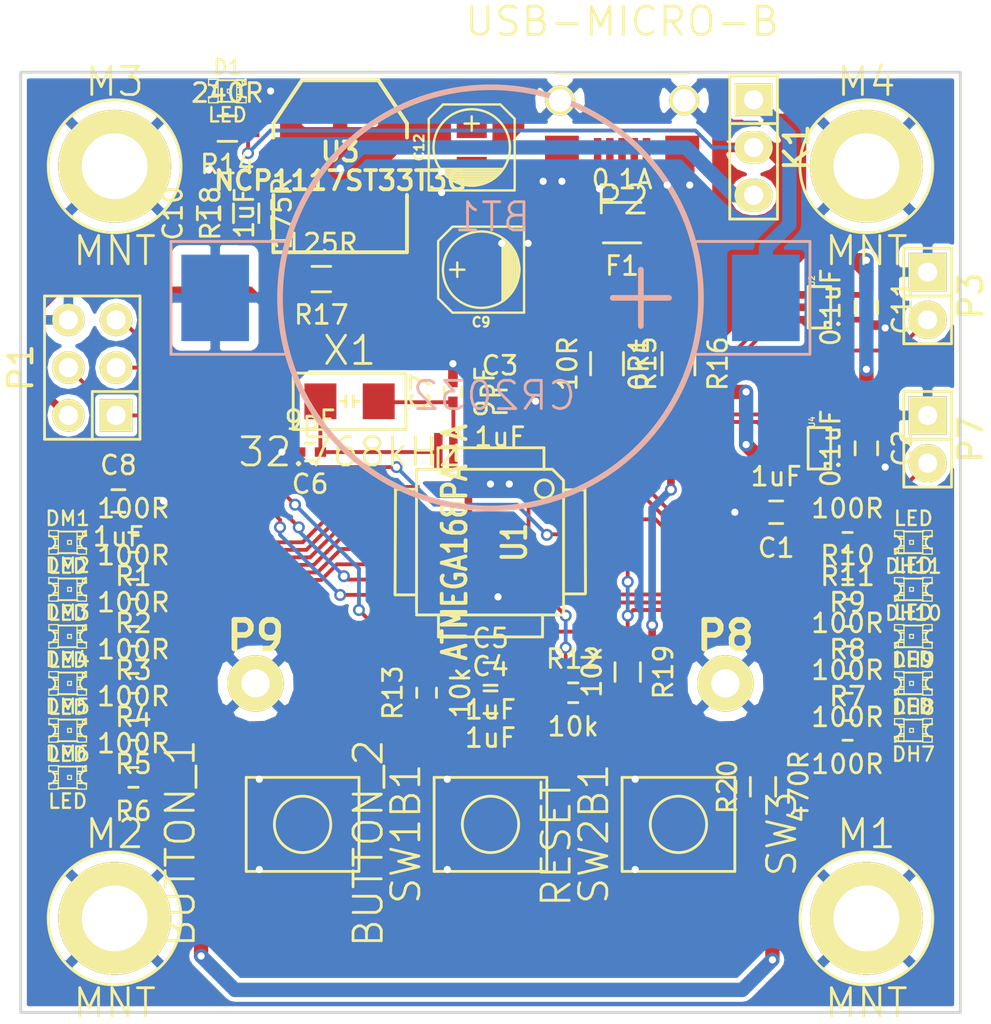
<source format=kicad_pcb>
(kicad_pcb (version 4) (host pcbnew "(2014-jul-16 BZR unknown)-product")
  (layers (0 F.Cu signal) (31 B.Cu signal) (34 B.Paste user) (35 F.Paste user) (36 B.SilkS user) (37 F.SilkS user) (38 B.Mask user) (39 F.Mask user) (44 Edge.Cuts user))
  (net 0 "")
  (net 1 GND)
  (net 2 /VBATTERY)
  (net 3 VCC)
  (net 4 +BATT)
  (net 5 /AREF)
  (net 6 /XTAL2)
  (net 7 /XTAL1)
  (net 8 +3.3V)
  (net 9 /VBUS_FUSE)
  (net 10 /LDO_ADJ)
  (net 11 /VLDO)
  (net 12 "Net-(D1-Pad1)")
  (net 13 "Net-(DH7-Pad2)")
  (net 14 "Net-(DH8-Pad2)")
  (net 15 "Net-(DH9-Pad2)")
  (net 16 "Net-(DH10-Pad2)")
  (net 17 "Net-(DH11-Pad2)")
  (net 18 "Net-(DM1-Pad2)")
  (net 19 "Net-(DM2-Pad2)")
  (net 20 "Net-(DM3-Pad2)")
  (net 21 "Net-(DM4-Pad2)")
  (net 22 "Net-(DM5-Pad2)")
  (net 23 "Net-(DM6-Pad2)")
  (net 24 /VBUS_USB)
  (net 25 /MISO)
  (net 26 /SCK)
  (net 27 /MOSI)
  (net 28 /~RESET)
  (net 29 /LED_SNSI_OUT)
  (net 30 /MCU_SNSI_OUT)
  (net 31 /LED_M1)
  (net 32 /LED_M2)
  (net 33 /LED_M3)
  (net 34 /LED_M4)
  (net 35 /LED_M5)
  (net 36 /LED_M6)
  (net 37 /LED_H1)
  (net 38 /LED_H2)
  (net 39 /LED_H3)
  (net 40 /LED_H4)
  (net 41 /LED_H5)
  (net 42 /SW_2)
  (net 43 /SW_1)
  (net 44 "Net-(R20-Pad1)")
  (net 45 /MCU_SNSI_N)
  (net 46 /MCU_SNSI_P)
  (net 47 /LED_SNSI_N)
  (net 48 /LED_SNSI_P)
  (net 49 "Net-(P2-Pad3)")
  (net 50 "Net-(P2-Pad4)")
  (net 51 "Net-(P2-Pad2)")
  (net 52 "Net-(U1-Pad19)")
  (net 53 "Net-(U1-Pad22)")
  (net 54 "Net-(U1-Pad31)")
  (net 55 "Net-(U1-Pad28)")
  (net 56 "Net-(U1-Pad27)")
  (net 57 "Net-(U1-Pad26)")
  (module "_ Custom Lib:CR2032_MPD" (layer B.Cu) (at 125 102 180)
    (fp_text reference BT1 (at -0.1 4.3 180) (layer B.SilkS) (effects (font (size 1.5 1.5)) (justify mirror)))
    (fp_text value CR2032 (at -0.2 -5.2 180) (layer B.SilkS) (effects (font (size 1.5 1.5)) (justify mirror)))
    (pad 2 smd rect (at 14.65 0 180) (size 3.6 4.6) (layers B.Cu B.Paste B.Mask) (net 1 GND))
    (pad 1 smd rect (at -14.65 0 180) (size 3.6 4.6) (layers B.Cu B.Paste B.Mask) (net 2 /VBATTERY))
  )
  (module Capacitors_SMD:C_0603_HandSoldering (layer F.Cu) (at 140.2 113.4 180)
    (fp_text reference C1 (at 0 -1.9 180) (layer F.SilkS))
    (fp_text value 1uF (at 0 1.9 180) (layer F.SilkS))
    (pad 1 smd rect (at -0.95 0 180) (size 1.2 0.75) (layers F.Cu F.Paste F.Mask) (net 8 +3.3V))
    (pad 2 smd rect (at 0.95 0 180) (size 1.2 0.75) (layers F.Cu F.Paste F.Mask) (net 1 GND))
  )
  (module Capacitors_SMD:C_0603_HandSoldering (layer F.Cu) (at 145 110 270)
    (fp_text reference C2 (at 0 -1.9 270) (layer F.SilkS))
    (fp_text value 0.1uF (at 0 1.9 270) (layer F.SilkS))
    (pad 1 smd rect (at -0.95 0 270) (size 1.2 0.75) (layers F.Cu F.Paste F.Mask) (net 4 +BATT))
    (pad 2 smd rect (at 0.95 0 270) (size 1.2 0.75) (layers F.Cu F.Paste F.Mask) (net 1 GND))
  )
  (module Capacitors_SMD:C_0603 (layer F.Cu) (at 125.5 107.5)
    (fp_text reference C3 (at 0 -1.9) (layer F.SilkS))
    (fp_text value 1uF (at 0 1.9) (layer F.SilkS))
    (pad 1 smd rect (at -0.75 0) (size 0.8 0.75) (layers F.Cu F.Paste F.Mask) (net 3 VCC))
    (pad 2 smd rect (at 0.75 0) (size 0.8 0.75) (layers F.Cu F.Paste F.Mask) (net 1 GND))
  )
  (module Capacitors_SMD:C_0603 (layer F.Cu) (at 125 123.5)
    (fp_text reference C4 (at 0 -1.9) (layer F.SilkS))
    (fp_text value 1uF (at 0 1.9) (layer F.SilkS))
    (pad 1 smd rect (at -0.75 0) (size 0.8 0.75) (layers F.Cu F.Paste F.Mask) (net 3 VCC))
    (pad 2 smd rect (at 0.75 0) (size 0.8 0.75) (layers F.Cu F.Paste F.Mask) (net 1 GND))
  )
  (module Capacitors_SMD:C_0603 (layer F.Cu) (at 125 122)
    (fp_text reference C5 (at 0 -1.9) (layer F.SilkS))
    (fp_text value 1uF (at 0 1.9) (layer F.SilkS))
    (pad 1 smd rect (at -0.75 0) (size 0.8 0.75) (layers F.Cu F.Paste F.Mask) (net 5 /AREF))
    (pad 2 smd rect (at 0.75 0) (size 0.8 0.75) (layers F.Cu F.Paste F.Mask) (net 1 GND))
  )
  (module Capacitors_SMD:C_0603_HandSoldering (layer F.Cu) (at 105.2 112.8)
    (fp_text reference C8 (at 0 -1.9) (layer F.SilkS))
    (fp_text value 1uF (at 0 1.9) (layer F.SilkS))
    (pad 1 smd rect (at -0.95 0) (size 1.2 0.75) (layers F.Cu F.Paste F.Mask) (net 8 +3.3V))
    (pad 2 smd rect (at 0.95 0) (size 1.2 0.75) (layers F.Cu F.Paste F.Mask) (net 1 GND))
  )
  (module Capacitors_SMD:c_elec_4x4.5 (layer F.Cu) (at 124.5 100.5 180)
    (fp_text reference C9 (at 0 -2.794 180) (layer F.SilkS) (effects (font (size 0.50038 0.50038) (thickness 0.11938))))
    (fp_text value 22uF hide)
    (pad 1 smd rect (at 1.80086 0 180) (size 2.60096 1.6002) (layers F.Cu F.Paste F.Mask) (net 9 /VBUS_FUSE))
    (pad 2 smd rect (at -1.80086 0 180) (size 2.60096 1.6002) (layers F.Cu F.Paste F.Mask) (net 1 GND))
  )
  (module Capacitors_SMD:C_0603_HandSoldering (layer F.Cu) (at 110 97.5 90)
    (fp_text reference C10 (at 0 -1.9 90) (layer F.SilkS))
    (fp_text value 1uF (at 0 1.9 90) (layer F.SilkS))
    (pad 1 smd rect (at -0.95 0 90) (size 1.2 0.75) (layers F.Cu F.Paste F.Mask) (net 10 /LDO_ADJ))
    (pad 2 smd rect (at 0.95 0 90) (size 1.2 0.75) (layers F.Cu F.Paste F.Mask) (net 1 GND))
  )
  (module Capacitors_SMD:C_0603_HandSoldering (layer F.Cu) (at 145 102.5 270)
    (fp_text reference C11 (at 0 -1.9 270) (layer F.SilkS))
    (fp_text value 0.1uF (at 0 1.9 270) (layer F.SilkS))
    (pad 1 smd rect (at -0.95 0 270) (size 1.2 0.75) (layers F.Cu F.Paste F.Mask) (net 4 +BATT))
    (pad 2 smd rect (at 0.95 0 270) (size 1.2 0.75) (layers F.Cu F.Paste F.Mask) (net 1 GND))
  )
  (module Capacitors_SMD:c_elec_4x4.5 (layer F.Cu) (at 124 94 90)
    (fp_text reference C12 (at 0 -2.794 90) (layer F.SilkS) (effects (font (size 0.50038 0.50038) (thickness 0.11938))))
    (fp_text value 22uF hide)
    (pad 1 smd rect (at 1.80086 0 90) (size 2.60096 1.6002) (layers F.Cu F.Paste F.Mask) (net 11 /VLDO))
    (pad 2 smd rect (at -1.80086 0 90) (size 2.60096 1.6002) (layers F.Cu F.Paste F.Mask) (net 1 GND))
  )
  (module LEDs:LED-0805 (layer F.Cu) (at 111 91)
    (fp_text reference D1 (at 0 -1.27) (layer F.SilkS) (effects (font (size 0.762 0.762) (thickness 0.127))))
    (fp_text value LED (at 0 1.27) (layer F.SilkS) (effects (font (size 0.762 0.762) (thickness 0.127))))
    (pad 1 smd rect (at -1.04902 0) (size 1.19888 1.19888) (layers F.Cu F.Paste F.Mask) (net 12 "Net-(D1-Pad1)"))
    (pad 2 smd rect (at 1.04902 0) (size 1.19888 1.19888) (layers F.Cu F.Paste F.Mask) (net 1 GND))
  )
  (module LEDs:LED-0805 (layer F.Cu) (at 147.5 125 180)
    (fp_text reference DH7 (at 0 -1.27 180) (layer F.SilkS) (effects (font (size 0.762 0.762) (thickness 0.127))))
    (fp_text value LED (at 0 1.27 180) (layer F.SilkS) (effects (font (size 0.762 0.762) (thickness 0.127))))
    (pad 1 smd rect (at -1.04902 0 180) (size 1.19888 1.19888) (layers F.Cu F.Paste F.Mask) (net 8 +3.3V))
    (pad 2 smd rect (at 1.04902 0 180) (size 1.19888 1.19888) (layers F.Cu F.Paste F.Mask) (net 13 "Net-(DH7-Pad2)"))
  )
  (module LEDs:LED-0805 (layer F.Cu) (at 147.5 122.5 180)
    (fp_text reference DH8 (at 0 -1.27 180) (layer F.SilkS) (effects (font (size 0.762 0.762) (thickness 0.127))))
    (fp_text value LED (at 0 1.27 180) (layer F.SilkS) (effects (font (size 0.762 0.762) (thickness 0.127))))
    (pad 1 smd rect (at -1.04902 0 180) (size 1.19888 1.19888) (layers F.Cu F.Paste F.Mask) (net 8 +3.3V))
    (pad 2 smd rect (at 1.04902 0 180) (size 1.19888 1.19888) (layers F.Cu F.Paste F.Mask) (net 14 "Net-(DH8-Pad2)"))
  )
  (module LEDs:LED-0805 (layer F.Cu) (at 147.5 120 180)
    (fp_text reference DH9 (at 0 -1.27 180) (layer F.SilkS) (effects (font (size 0.762 0.762) (thickness 0.127))))
    (fp_text value LED (at 0 1.27 180) (layer F.SilkS) (effects (font (size 0.762 0.762) (thickness 0.127))))
    (pad 1 smd rect (at -1.04902 0 180) (size 1.19888 1.19888) (layers F.Cu F.Paste F.Mask) (net 8 +3.3V))
    (pad 2 smd rect (at 1.04902 0 180) (size 1.19888 1.19888) (layers F.Cu F.Paste F.Mask) (net 15 "Net-(DH9-Pad2)"))
  )
  (module LEDs:LED-0805 (layer F.Cu) (at 147.5 117.5 180)
    (fp_text reference DH10 (at 0 -1.27 180) (layer F.SilkS) (effects (font (size 0.762 0.762) (thickness 0.127))))
    (fp_text value LED (at 0 1.27 180) (layer F.SilkS) (effects (font (size 0.762 0.762) (thickness 0.127))))
    (pad 1 smd rect (at -1.04902 0 180) (size 1.19888 1.19888) (layers F.Cu F.Paste F.Mask) (net 8 +3.3V))
    (pad 2 smd rect (at 1.04902 0 180) (size 1.19888 1.19888) (layers F.Cu F.Paste F.Mask) (net 16 "Net-(DH10-Pad2)"))
  )
  (module LEDs:LED-0805 (layer F.Cu) (at 147.5 115 180)
    (fp_text reference DH11 (at 0 -1.27 180) (layer F.SilkS) (effects (font (size 0.762 0.762) (thickness 0.127))))
    (fp_text value LED (at 0 1.27 180) (layer F.SilkS) (effects (font (size 0.762 0.762) (thickness 0.127))))
    (pad 1 smd rect (at -1.04902 0 180) (size 1.19888 1.19888) (layers F.Cu F.Paste F.Mask) (net 8 +3.3V))
    (pad 2 smd rect (at 1.04902 0 180) (size 1.19888 1.19888) (layers F.Cu F.Paste F.Mask) (net 17 "Net-(DH11-Pad2)"))
  )
  (module LEDs:LED-0805 (layer F.Cu) (at 102.5 115)
    (fp_text reference DM1 (at 0 -1.27) (layer F.SilkS) (effects (font (size 0.762 0.762) (thickness 0.127))))
    (fp_text value LED (at 0 1.27) (layer F.SilkS) (effects (font (size 0.762 0.762) (thickness 0.127))))
    (pad 1 smd rect (at -1.04902 0) (size 1.19888 1.19888) (layers F.Cu F.Paste F.Mask) (net 8 +3.3V))
    (pad 2 smd rect (at 1.04902 0) (size 1.19888 1.19888) (layers F.Cu F.Paste F.Mask) (net 18 "Net-(DM1-Pad2)"))
  )
  (module LEDs:LED-0805 (layer F.Cu) (at 102.5 117.5)
    (fp_text reference DM2 (at 0 -1.27) (layer F.SilkS) (effects (font (size 0.762 0.762) (thickness 0.127))))
    (fp_text value LED (at 0 1.27) (layer F.SilkS) (effects (font (size 0.762 0.762) (thickness 0.127))))
    (pad 1 smd rect (at -1.04902 0) (size 1.19888 1.19888) (layers F.Cu F.Paste F.Mask) (net 8 +3.3V))
    (pad 2 smd rect (at 1.04902 0) (size 1.19888 1.19888) (layers F.Cu F.Paste F.Mask) (net 19 "Net-(DM2-Pad2)"))
  )
  (module LEDs:LED-0805 (layer F.Cu) (at 102.5 120)
    (fp_text reference DM3 (at 0 -1.27) (layer F.SilkS) (effects (font (size 0.762 0.762) (thickness 0.127))))
    (fp_text value LED (at 0 1.27) (layer F.SilkS) (effects (font (size 0.762 0.762) (thickness 0.127))))
    (pad 1 smd rect (at -1.04902 0) (size 1.19888 1.19888) (layers F.Cu F.Paste F.Mask) (net 8 +3.3V))
    (pad 2 smd rect (at 1.04902 0) (size 1.19888 1.19888) (layers F.Cu F.Paste F.Mask) (net 20 "Net-(DM3-Pad2)"))
  )
  (module LEDs:LED-0805 (layer F.Cu) (at 102.5 122.5)
    (fp_text reference DM4 (at 0 -1.27) (layer F.SilkS) (effects (font (size 0.762 0.762) (thickness 0.127))))
    (fp_text value LED (at 0 1.27) (layer F.SilkS) (effects (font (size 0.762 0.762) (thickness 0.127))))
    (pad 1 smd rect (at -1.04902 0) (size 1.19888 1.19888) (layers F.Cu F.Paste F.Mask) (net 8 +3.3V))
    (pad 2 smd rect (at 1.04902 0) (size 1.19888 1.19888) (layers F.Cu F.Paste F.Mask) (net 21 "Net-(DM4-Pad2)"))
  )
  (module LEDs:LED-0805 (layer F.Cu) (at 102.5 125)
    (fp_text reference DM5 (at 0 -1.27) (layer F.SilkS) (effects (font (size 0.762 0.762) (thickness 0.127))))
    (fp_text value LED (at 0 1.27) (layer F.SilkS) (effects (font (size 0.762 0.762) (thickness 0.127))))
    (pad 1 smd rect (at -1.04902 0) (size 1.19888 1.19888) (layers F.Cu F.Paste F.Mask) (net 8 +3.3V))
    (pad 2 smd rect (at 1.04902 0) (size 1.19888 1.19888) (layers F.Cu F.Paste F.Mask) (net 22 "Net-(DM5-Pad2)"))
  )
  (module LEDs:LED-0805 (layer F.Cu) (at 102.5 127.5)
    (fp_text reference DM6 (at 0 -1.27) (layer F.SilkS) (effects (font (size 0.762 0.762) (thickness 0.127))))
    (fp_text value LED (at 0 1.27) (layer F.SilkS) (effects (font (size 0.762 0.762) (thickness 0.127))))
    (pad 1 smd rect (at -1.04902 0) (size 1.19888 1.19888) (layers F.Cu F.Paste F.Mask) (net 8 +3.3V))
    (pad 2 smd rect (at 1.04902 0) (size 1.19888 1.19888) (layers F.Cu F.Paste F.Mask) (net 23 "Net-(DM6-Pad2)"))
  )
  (module Resistors_SMD:R_1206_HandSoldering (layer F.Cu) (at 132 98 180)
    (fp_text reference F1 (at 0 -2.3 180) (layer F.SilkS))
    (fp_text value 0.1A (at 0 2.3 180) (layer F.SilkS))
    (pad 1 smd rect (at -2 0 180) (size 2 1.7) (layers F.Cu F.Paste F.Mask) (net 24 /VBUS_USB))
    (pad 2 smd rect (at 2 0 180) (size 2 1.7) (layers F.Cu F.Paste F.Mask) (net 9 /VBUS_FUSE))
  )
  (module Pin_Headers:Pin_Header_Straight_1x03 (layer F.Cu) (at 139 94 270)
    (fp_text reference K1 (at 0 -2.286 270) (layer F.SilkS) (effects (font (size 1.27 1.27) (thickness 0.2032))))
    (fp_text value PWR_SELECT hide)
    (pad 1 thru_hole rect (at -2.54 0 270) (size 1.7272 2.032) (drill 1.016) (layers *.Cu *.Mask F.SilkS) (net 2 /VBATTERY))
    (pad 2 thru_hole oval (at 0 0 270) (size 1.7272 2.032) (drill 1.016) (layers *.Cu *.Mask F.SilkS) (net 4 +BATT))
    (pad 3 thru_hole oval (at 2.54 0 270) (size 1.7272 2.032) (drill 1.016) (layers *.Cu *.Mask F.SilkS) (net 11 /VLDO))
  )
  (module "_ Custom Lib:MNT_3.5MM" (layer F.Cu) (at 145 135)
    (fp_text reference M1 (at 0 -4.5) (layer F.SilkS) (effects (font (size 1.5 1.5))))
    (fp_text value MNT (at 0 4.5) (layer F.SilkS) (effects (font (size 1.5 1.5))))
    (pad 1 thru_hole circle (at 0 0) (size 6 6) (drill 3.5) (layers *.Cu *.Mask F.SilkS) (net 1 GND))
  )
  (module "_ Custom Lib:MNT_3.5MM" (layer F.Cu) (at 105 135)
    (fp_text reference M2 (at 0 -4.5) (layer F.SilkS) (effects (font (size 1.5 1.5))))
    (fp_text value MNT (at 0 4.5) (layer F.SilkS) (effects (font (size 1.5 1.5))))
    (pad 1 thru_hole circle (at 0 0) (size 6 6) (drill 3.5) (layers *.Cu *.Mask F.SilkS) (net 1 GND))
  )
  (module "_ Custom Lib:MNT_3.5MM" (layer F.Cu) (at 105 95)
    (fp_text reference M3 (at 0 -4.5) (layer F.SilkS) (effects (font (size 1.5 1.5))))
    (fp_text value MNT (at 0 4.5) (layer F.SilkS) (effects (font (size 1.5 1.5))))
    (pad 1 thru_hole circle (at 0 0) (size 6 6) (drill 3.5) (layers *.Cu *.Mask F.SilkS) (net 1 GND))
  )
  (module "_ Custom Lib:MNT_3.5MM" (layer F.Cu) (at 145 95)
    (fp_text reference M4 (at 0 -4.5) (layer F.SilkS) (effects (font (size 1.5 1.5))))
    (fp_text value MNT (at 0 4.5) (layer F.SilkS) (effects (font (size 1.5 1.5))))
    (pad 1 thru_hole circle (at 0 0) (size 6 6) (drill 3.5) (layers *.Cu *.Mask F.SilkS) (net 1 GND))
  )
  (module Pin_Headers:Pin_Header_Straight_2x03 (layer F.Cu) (at 103.81 105.71 90)
    (fp_text reference P1 (at 0 -3.81 90) (layer F.SilkS) (effects (font (size 1.27 1.27) (thickness 0.2032))))
    (fp_text value ISP hide)
    (pad 1 thru_hole rect (at -2.54 1.27 90) (size 1.7272 1.7272) (drill 1.016) (layers *.Cu *.Mask F.SilkS) (net 25 /MISO))
    (pad 2 thru_hole oval (at -2.54 -1.27 90) (size 1.7272 1.7272) (drill 1.016) (layers *.Cu *.Mask F.SilkS) (net 3 VCC))
    (pad 3 thru_hole oval (at 0 1.27 90) (size 1.7272 1.7272) (drill 1.016) (layers *.Cu *.Mask F.SilkS) (net 26 /SCK))
    (pad 4 thru_hole oval (at 0 -1.27 90) (size 1.7272 1.7272) (drill 1.016) (layers *.Cu *.Mask F.SilkS) (net 27 /MOSI))
    (pad 5 thru_hole oval (at 2.54 1.27 90) (size 1.7272 1.7272) (drill 1.016) (layers *.Cu *.Mask F.SilkS) (net 28 /~RESET))
    (pad 6 thru_hole oval (at 2.54 -1.27 90) (size 1.7272 1.7272) (drill 1.016) (layers *.Cu *.Mask F.SilkS) (net 1 GND))
  )
  (module "_ Custom Lib:MICRO_USB_FCI" (layer F.Cu) (at 132 91.5 180)
    (fp_text reference P2 (at 0 -5.3 180) (layer F.SilkS) (effects (font (size 1.5 1.5))))
    (fp_text value USB-MICRO-B (at 0 4.2 180) (layer F.SilkS) (effects (font (size 1.5 1.5))))
    (pad 9 thru_hole circle (at 3.3 0 180) (size 1.6 1.6) (drill 1.2) (layers *.Cu *.Mask F.SilkS) (net 1 GND))
    (pad 8 thru_hole circle (at -3.3 0 180) (size 1.6 1.6) (drill 1.2) (layers *.Cu *.Mask F.SilkS) (net 1 GND))
    (pad 3 smd rect (at 0 -2.875 180) (size 0.4 1.75) (layers F.Cu F.Paste F.Mask) (net 49 "Net-(P2-Pad3)"))
    (pad 4 smd rect (at 0.65 -2.875 180) (size 0.4 1.75) (layers F.Cu F.Paste F.Mask) (net 50 "Net-(P2-Pad4)"))
    (pad 5 smd rect (at 1.3 -2.875 180) (size 0.4 1.75) (layers F.Cu F.Paste F.Mask) (net 1 GND))
    (pad 1 smd rect (at -1.3 -2.875 180) (size 0.4 1.75) (layers F.Cu F.Paste F.Mask) (net 24 /VBUS_USB))
    (pad 2 smd rect (at -0.65 -2.875 180) (size 0.4 1.75) (layers F.Cu F.Paste F.Mask) (net 51 "Net-(P2-Pad2)"))
    (pad 7 smd rect (at 3.2 -2.675 180) (size 1.8 1.6) (layers F.Cu F.Paste F.Mask) (net 1 GND))
    (pad 6 smd rect (at -3.2 -2.675 180) (size 1.8 1.6) (layers F.Cu F.Paste F.Mask) (net 1 GND))
  )
  (module Pin_Headers:Pin_Header_Straight_1x02 (layer F.Cu) (at 148.26 101.9 270)
    (fp_text reference P3 (at 0 -2.286 270) (layer F.SilkS) (effects (font (size 1.27 1.27) (thickness 0.2032))))
    (fp_text value LED_ISENSE hide)
    (pad 1 thru_hole rect (at -1.27 0 270) (size 2.032 2.032) (drill 1.016) (layers *.Cu *.Mask F.SilkS) (net 1 GND))
    (pad 2 thru_hole oval (at 1.27 0 270) (size 2.032 2.032) (drill 1.016) (layers *.Cu *.Mask F.SilkS) (net 29 /LED_SNSI_OUT))
  )
  (module Pin_Headers:Pin_Header_Straight_1x02 (layer F.Cu) (at 148.26 109.52 270)
    (fp_text reference P7 (at 0 -2.286 270) (layer F.SilkS) (effects (font (size 1.27 1.27) (thickness 0.2032))))
    (fp_text value MCU_ISENSE hide)
    (pad 1 thru_hole rect (at -1.27 0 270) (size 2.032 2.032) (drill 1.016) (layers *.Cu *.Mask F.SilkS) (net 1 GND))
    (pad 2 thru_hole oval (at 1.27 0 270) (size 2.032 2.032) (drill 1.016) (layers *.Cu *.Mask F.SilkS) (net 30 /MCU_SNSI_OUT))
  )
  (module Measurement_Points:Measurement_Point_Round-TH_Big (layer F.Cu) (at 137.5 122.5)
    (fp_text reference P8 (at 0 -2.54) (layer F.SilkS) (effects (font (thickness 0.3048))))
    (fp_text value TST hide)
    (pad 1 thru_hole circle (at 0 0) (size 2.99974 2.99974) (drill 1.50114) (layers *.Cu *.Mask F.SilkS) (net 1 GND))
  )
  (module Measurement_Points:Measurement_Point_Round-TH_Big (layer F.Cu) (at 112.5 122.5)
    (fp_text reference P9 (at 0 -2.54) (layer F.SilkS) (effects (font (thickness 0.3048))))
    (fp_text value TST hide)
    (pad 1 thru_hole circle (at 0 0) (size 2.99974 2.99974) (drill 1.50114) (layers *.Cu *.Mask F.SilkS) (net 1 GND))
  )
  (module Resistors_SMD:R_0402 (layer F.Cu) (at 106 115 180)
    (fp_text reference R1 (at 0 -1.8 180) (layer F.SilkS))
    (fp_text value 100R (at 0 1.8 180) (layer F.SilkS))
    (pad 1 smd rect (at -0.45 0 180) (size 0.4 0.6) (layers F.Cu F.Paste F.Mask) (net 31 /LED_M1))
    (pad 2 smd rect (at 0.45 0 180) (size 0.4 0.6) (layers F.Cu F.Paste F.Mask) (net 18 "Net-(DM1-Pad2)"))
  )
  (module Resistors_SMD:R_0402 (layer F.Cu) (at 106 117.5 180)
    (fp_text reference R2 (at 0 -1.8 180) (layer F.SilkS))
    (fp_text value 100R (at 0 1.8 180) (layer F.SilkS))
    (pad 1 smd rect (at -0.45 0 180) (size 0.4 0.6) (layers F.Cu F.Paste F.Mask) (net 32 /LED_M2))
    (pad 2 smd rect (at 0.45 0 180) (size 0.4 0.6) (layers F.Cu F.Paste F.Mask) (net 19 "Net-(DM2-Pad2)"))
  )
  (module Resistors_SMD:R_0402 (layer F.Cu) (at 106 120 180)
    (fp_text reference R3 (at 0 -1.8 180) (layer F.SilkS))
    (fp_text value 100R (at 0 1.8 180) (layer F.SilkS))
    (pad 1 smd rect (at -0.45 0 180) (size 0.4 0.6) (layers F.Cu F.Paste F.Mask) (net 33 /LED_M3))
    (pad 2 smd rect (at 0.45 0 180) (size 0.4 0.6) (layers F.Cu F.Paste F.Mask) (net 20 "Net-(DM3-Pad2)"))
  )
  (module Resistors_SMD:R_0402 (layer F.Cu) (at 106 122.5 180)
    (fp_text reference R4 (at 0 -1.8 180) (layer F.SilkS))
    (fp_text value 100R (at 0 1.8 180) (layer F.SilkS))
    (pad 1 smd rect (at -0.45 0 180) (size 0.4 0.6) (layers F.Cu F.Paste F.Mask) (net 34 /LED_M4))
    (pad 2 smd rect (at 0.45 0 180) (size 0.4 0.6) (layers F.Cu F.Paste F.Mask) (net 21 "Net-(DM4-Pad2)"))
  )
  (module Resistors_SMD:R_0402 (layer F.Cu) (at 106 125 180)
    (fp_text reference R5 (at 0 -1.8 180) (layer F.SilkS))
    (fp_text value 100R (at 0 1.8 180) (layer F.SilkS))
    (pad 1 smd rect (at -0.45 0 180) (size 0.4 0.6) (layers F.Cu F.Paste F.Mask) (net 35 /LED_M5))
    (pad 2 smd rect (at 0.45 0 180) (size 0.4 0.6) (layers F.Cu F.Paste F.Mask) (net 22 "Net-(DM5-Pad2)"))
  )
  (module Resistors_SMD:R_0402 (layer F.Cu) (at 106 127.5 180)
    (fp_text reference R6 (at 0 -1.8 180) (layer F.SilkS))
    (fp_text value 100R (at 0 1.8 180) (layer F.SilkS))
    (pad 1 smd rect (at -0.45 0 180) (size 0.4 0.6) (layers F.Cu F.Paste F.Mask) (net 36 /LED_M6))
    (pad 2 smd rect (at 0.45 0 180) (size 0.4 0.6) (layers F.Cu F.Paste F.Mask) (net 23 "Net-(DM6-Pad2)"))
  )
  (module Resistors_SMD:R_0402 (layer F.Cu) (at 144 125)
    (fp_text reference R7 (at 0 -1.8) (layer F.SilkS))
    (fp_text value 100R (at 0 1.8) (layer F.SilkS))
    (pad 1 smd rect (at -0.45 0) (size 0.4 0.6) (layers F.Cu F.Paste F.Mask) (net 37 /LED_H1))
    (pad 2 smd rect (at 0.45 0) (size 0.4 0.6) (layers F.Cu F.Paste F.Mask) (net 13 "Net-(DH7-Pad2)"))
  )
  (module Resistors_SMD:R_0402 (layer F.Cu) (at 144 122.5)
    (fp_text reference R8 (at 0 -1.8) (layer F.SilkS))
    (fp_text value 100R (at 0 1.8) (layer F.SilkS))
    (pad 1 smd rect (at -0.45 0) (size 0.4 0.6) (layers F.Cu F.Paste F.Mask) (net 38 /LED_H2))
    (pad 2 smd rect (at 0.45 0) (size 0.4 0.6) (layers F.Cu F.Paste F.Mask) (net 14 "Net-(DH8-Pad2)"))
  )
  (module Resistors_SMD:R_0402 (layer F.Cu) (at 144 120)
    (fp_text reference R9 (at 0 -1.8) (layer F.SilkS))
    (fp_text value 100R (at 0 1.8) (layer F.SilkS))
    (pad 1 smd rect (at -0.45 0) (size 0.4 0.6) (layers F.Cu F.Paste F.Mask) (net 39 /LED_H3))
    (pad 2 smd rect (at 0.45 0) (size 0.4 0.6) (layers F.Cu F.Paste F.Mask) (net 15 "Net-(DH9-Pad2)"))
  )
  (module Resistors_SMD:R_0402 (layer F.Cu) (at 144 117.5)
    (fp_text reference R10 (at 0 -1.8) (layer F.SilkS))
    (fp_text value 100R (at 0 1.8) (layer F.SilkS))
    (pad 1 smd rect (at -0.45 0) (size 0.4 0.6) (layers F.Cu F.Paste F.Mask) (net 40 /LED_H4))
    (pad 2 smd rect (at 0.45 0) (size 0.4 0.6) (layers F.Cu F.Paste F.Mask) (net 16 "Net-(DH10-Pad2)"))
  )
  (module Resistors_SMD:R_0402 (layer F.Cu) (at 144 115 180)
    (fp_text reference R11 (at 0 -1.8 180) (layer F.SilkS))
    (fp_text value 100R (at 0 1.8 180) (layer F.SilkS))
    (pad 1 smd rect (at -0.45 0 180) (size 0.4 0.6) (layers F.Cu F.Paste F.Mask) (net 17 "Net-(DH11-Pad2)"))
    (pad 2 smd rect (at 0.45 0 180) (size 0.4 0.6) (layers F.Cu F.Paste F.Mask) (net 41 /LED_H5))
  )
  (module Resistors_SMD:R_0402 (layer F.Cu) (at 129.4 123)
    (fp_text reference R12 (at 0 -1.8) (layer F.SilkS))
    (fp_text value 10k (at 0 1.8) (layer F.SilkS))
    (pad 1 smd rect (at -0.45 0) (size 0.4 0.6) (layers F.Cu F.Paste F.Mask) (net 42 /SW_2))
    (pad 2 smd rect (at 0.45 0) (size 0.4 0.6) (layers F.Cu F.Paste F.Mask) (net 3 VCC))
  )
  (module Resistors_SMD:R_0402 (layer F.Cu) (at 121.6 123 90)
    (fp_text reference R13 (at 0 -1.8 90) (layer F.SilkS))
    (fp_text value 10k (at 0 1.8 90) (layer F.SilkS))
    (pad 1 smd rect (at -0.45 0 90) (size 0.4 0.6) (layers F.Cu F.Paste F.Mask) (net 43 /SW_1))
    (pad 2 smd rect (at 0.45 0 90) (size 0.4 0.6) (layers F.Cu F.Paste F.Mask) (net 3 VCC))
  )
  (module Resistors_SMD:R_0603_HandSoldering (layer F.Cu) (at 111 93 180)
    (fp_text reference R14 (at 0 -1.9 180) (layer F.SilkS))
    (fp_text value 240R (at 0 1.9 180) (layer F.SilkS))
    (pad 1 smd rect (at -1.1 0 180) (size 1.2 0.9) (layers F.Cu F.Paste F.Mask) (net 4 +BATT))
    (pad 2 smd rect (at 1.1 0 180) (size 1.2 0.9) (layers F.Cu F.Paste F.Mask) (net 12 "Net-(D1-Pad1)"))
  )
  (module Resistors_SMD:R_0805_HandSoldering (layer F.Cu) (at 131.2 105.5 270)
    (fp_text reference R15 (at 0 -2.1 270) (layer F.SilkS))
    (fp_text value 10R (at 0 2.1 270) (layer F.SilkS))
    (pad 1 smd rect (at -1.35 0 270) (size 1.5 1.3) (layers F.Cu F.Paste F.Mask) (net 4 +BATT))
    (pad 2 smd rect (at 1.35 0 270) (size 1.5 1.3) (layers F.Cu F.Paste F.Mask) (net 3 VCC))
  )
  (module Resistors_SMD:R_0805_HandSoldering (layer F.Cu) (at 135 105.5 270)
    (fp_text reference R16 (at 0 -2.1 270) (layer F.SilkS))
    (fp_text value 0R1 (at 0 2.1 270) (layer F.SilkS))
    (pad 1 smd rect (at -1.35 0 270) (size 1.5 1.3) (layers F.Cu F.Paste F.Mask) (net 4 +BATT))
    (pad 2 smd rect (at 1.35 0 270) (size 1.5 1.3) (layers F.Cu F.Paste F.Mask) (net 8 +3.3V))
  )
  (module Resistors_SMD:R_0603_HandSoldering (layer F.Cu) (at 116 101 180)
    (fp_text reference R17 (at 0 -1.9 180) (layer F.SilkS))
    (fp_text value 125R (at 0 1.9 180) (layer F.SilkS))
    (pad 1 smd rect (at -1.1 0 180) (size 1.2 0.9) (layers F.Cu F.Paste F.Mask) (net 11 /VLDO))
    (pad 2 smd rect (at 1.1 0 180) (size 1.2 0.9) (layers F.Cu F.Paste F.Mask) (net 10 /LDO_ADJ))
  )
  (module Resistors_SMD:R_0603_HandSoldering (layer F.Cu) (at 112 97.5 90)
    (fp_text reference R18 (at 0 -1.9 90) (layer F.SilkS))
    (fp_text value 175R (at 0 1.9 90) (layer F.SilkS))
    (pad 1 smd rect (at -1.1 0 90) (size 1.2 0.9) (layers F.Cu F.Paste F.Mask) (net 10 /LDO_ADJ))
    (pad 2 smd rect (at 1.1 0 90) (size 1.2 0.9) (layers F.Cu F.Paste F.Mask) (net 1 GND))
  )
  (module Resistors_SMD:R_0603_HandSoldering (layer F.Cu) (at 132.3 121.9 270)
    (fp_text reference R19 (at 0 -1.9 270) (layer F.SilkS))
    (fp_text value 10k (at 0 1.9 270) (layer F.SilkS))
    (pad 1 smd rect (at -1.1 0 270) (size 1.2 0.9) (layers F.Cu F.Paste F.Mask) (net 28 /~RESET))
    (pad 2 smd rect (at 1.1 0 270) (size 1.2 0.9) (layers F.Cu F.Paste F.Mask) (net 3 VCC))
  )
  (module Resistors_SMD:R_0603_HandSoldering (layer F.Cu) (at 139.5 128 90)
    (fp_text reference R20 (at 0 -1.9 90) (layer F.SilkS))
    (fp_text value 470R (at 0 1.9 90) (layer F.SilkS))
    (pad 1 smd rect (at -1.1 0 90) (size 1.2 0.9) (layers F.Cu F.Paste F.Mask) (net 44 "Net-(R20-Pad1)"))
    (pad 2 smd rect (at 1.1 0 90) (size 1.2 0.9) (layers F.Cu F.Paste F.Mask) (net 28 /~RESET))
  )
  (module SMD_Packages:TQFP-32 (layer F.Cu) (at 125 115 270)
    (fp_text reference U1 (at 0 -1.27 270) (layer F.SilkS) (effects (font (size 1.27 1.016) (thickness 0.2032))))
    (fp_text value ATMEGA168PA-A (at 0 1.905 270) (layer F.SilkS) (effects (font (size 1.27 1.016) (thickness 0.2032))))
    (pad 8 smd rect (at -4.81584 2.77622 270) (size 1.99898 0.44958) (layers F.Cu F.Paste F.Mask) (net 6 /XTAL2))
    (pad 7 smd rect (at -4.81584 1.97612 270) (size 1.99898 0.44958) (layers F.Cu F.Paste F.Mask) (net 7 /XTAL1))
    (pad 6 smd rect (at -4.81584 1.17602 270) (size 1.99898 0.44958) (layers F.Cu F.Paste F.Mask) (net 3 VCC))
    (pad 5 smd rect (at -4.81584 0.37592 270) (size 1.99898 0.44958) (layers F.Cu F.Paste F.Mask) (net 1 GND))
    (pad 4 smd rect (at -4.81584 -0.42418 270) (size 1.99898 0.44958) (layers F.Cu F.Paste F.Mask) (net 3 VCC))
    (pad 3 smd rect (at -4.81584 -1.22428 270) (size 1.99898 0.44958) (layers F.Cu F.Paste F.Mask) (net 1 GND))
    (pad 2 smd rect (at -4.81584 -2.02438 270) (size 1.99898 0.44958) (layers F.Cu F.Paste F.Mask) (net 42 /SW_2))
    (pad 1 smd rect (at -4.81584 -2.82448 270) (size 1.99898 0.44958) (layers F.Cu F.Paste F.Mask) (net 41 /LED_H5))
    (pad 24 smd rect (at 4.7498 -2.8194 270) (size 1.99898 0.44958) (layers F.Cu F.Paste F.Mask) (net 37 /LED_H1))
    (pad 17 smd rect (at 4.7498 2.794 270) (size 1.99898 0.44958) (layers F.Cu F.Paste F.Mask) (net 26 /SCK))
    (pad 18 smd rect (at 4.7498 1.9812 270) (size 1.99898 0.44958) (layers F.Cu F.Paste F.Mask) (net 3 VCC))
    (pad 19 smd rect (at 4.7498 1.1684 270) (size 1.99898 0.44958) (layers F.Cu F.Paste F.Mask) (net 52 "Net-(U1-Pad19)"))
    (pad 20 smd rect (at 4.7498 0.381 270) (size 1.99898 0.44958) (layers F.Cu F.Paste F.Mask) (net 5 /AREF))
    (pad 21 smd rect (at 4.7498 -0.4318 270) (size 1.99898 0.44958) (layers F.Cu F.Paste F.Mask) (net 1 GND))
    (pad 22 smd rect (at 4.7498 -1.2192 270) (size 1.99898 0.44958) (layers F.Cu F.Paste F.Mask) (net 53 "Net-(U1-Pad22)"))
    (pad 23 smd rect (at 4.7498 -2.032 270) (size 1.99898 0.44958) (layers F.Cu F.Paste F.Mask) (net 43 /SW_1))
    (pad 32 smd rect (at -2.82448 -4.826 270) (size 0.44958 1.99898) (layers F.Cu F.Paste F.Mask) (net 40 /LED_H4))
    (pad 31 smd rect (at -2.02692 -4.826 270) (size 0.44958 1.99898) (layers F.Cu F.Paste F.Mask) (net 54 "Net-(U1-Pad31)"))
    (pad 30 smd rect (at -1.22428 -4.826 270) (size 0.44958 1.99898) (layers F.Cu F.Paste F.Mask) (net 39 /LED_H3))
    (pad 29 smd rect (at -0.42672 -4.826 270) (size 0.44958 1.99898) (layers F.Cu F.Paste F.Mask) (net 28 /~RESET))
    (pad 28 smd rect (at 0.37592 -4.826 270) (size 0.44958 1.99898) (layers F.Cu F.Paste F.Mask) (net 55 "Net-(U1-Pad28)"))
    (pad 27 smd rect (at 1.17348 -4.826 270) (size 0.44958 1.99898) (layers F.Cu F.Paste F.Mask) (net 56 "Net-(U1-Pad27)"))
    (pad 26 smd rect (at 1.97612 -4.826 270) (size 0.44958 1.99898) (layers F.Cu F.Paste F.Mask) (net 57 "Net-(U1-Pad26)"))
    (pad 25 smd rect (at 2.77368 -4.826 270) (size 0.44958 1.99898) (layers F.Cu F.Paste F.Mask) (net 38 /LED_H2))
    (pad 9 smd rect (at -2.8194 4.7752 270) (size 0.44958 1.99898) (layers F.Cu F.Paste F.Mask) (net 31 /LED_M1))
    (pad 10 smd rect (at -2.032 4.7752 270) (size 0.44958 1.99898) (layers F.Cu F.Paste F.Mask) (net 32 /LED_M2))
    (pad 11 smd rect (at -1.2192 4.7752 270) (size 0.44958 1.99898) (layers F.Cu F.Paste F.Mask) (net 33 /LED_M3))
    (pad 12 smd rect (at -0.4318 4.7752 270) (size 0.44958 1.99898) (layers F.Cu F.Paste F.Mask) (net 34 /LED_M4))
    (pad 13 smd rect (at 0.3556 4.7752 270) (size 0.44958 1.99898) (layers F.Cu F.Paste F.Mask) (net 35 /LED_M5))
    (pad 14 smd rect (at 1.1684 4.7752 270) (size 0.44958 1.99898) (layers F.Cu F.Paste F.Mask) (net 36 /LED_M6))
    (pad 15 smd rect (at 1.9812 4.7752 270) (size 0.44958 1.99898) (layers F.Cu F.Paste F.Mask) (net 27 /MOSI))
    (pad 16 smd rect (at 2.794 4.7752 270) (size 0.44958 1.99898) (layers F.Cu F.Paste F.Mask) (net 25 /MISO))
  )
  (module Transistors_SMD:sc70-6 (layer F.Cu) (at 142.5 102.5 90)
    (fp_text reference U2 (at 1.4 -0.4 90) (layer F.SilkS) (effects (font (size 0.29972 0.29972) (thickness 0.06096))))
    (fp_text value INA210 hide)
    (pad 1 smd rect (at -0.6604 1.016 90) (size 0.4064 0.6604) (layers F.Cu F.Paste F.Mask) (net 1 GND))
    (pad 3 smd rect (at 0.6604 1.016 90) (size 0.4064 0.6604) (layers F.Cu F.Paste F.Mask) (net 4 +BATT))
    (pad 2 smd rect (at 0 1.016 90) (size 0.4064 0.6604) (layers F.Cu F.Paste F.Mask) (net 1 GND))
    (pad 4 smd rect (at 0.6604 -1.016 90) (size 0.4064 0.6604) (layers F.Cu F.Paste F.Mask) (net 48 /LED_SNSI_P))
    (pad 6 smd rect (at -0.6604 -1.016 90) (size 0.4064 0.6604) (layers F.Cu F.Paste F.Mask) (net 29 /LED_SNSI_OUT))
    (pad 5 smd rect (at 0 -1.016 90) (size 0.4064 0.6604) (layers F.Cu F.Paste F.Mask) (net 47 /LED_SNSI_N))
  )
  (module SMD_Packages:SOT-223 (layer F.Cu) (at 117 95)
    (fp_text reference U3 (at 0 -0.762) (layer F.SilkS) (effects (font (size 1.016 1.016) (thickness 0.2032))))
    (fp_text value NCP1117ST33T3G (at 0 0.762) (layer F.SilkS) (effects (font (size 1.016 1.016) (thickness 0.2032))))
    (pad 4 smd rect (at 0 -3.302) (size 3.6576 2.032) (layers F.Cu F.Paste F.Mask))
    (pad 2 smd rect (at 0 3.302) (size 1.016 2.032) (layers F.Cu F.Paste F.Mask) (net 11 /VLDO))
    (pad 3 smd rect (at 2.286 3.302) (size 1.016 2.032) (layers F.Cu F.Paste F.Mask) (net 9 /VBUS_FUSE))
    (pad 1 smd rect (at -2.286 3.302) (size 1.016 2.032) (layers F.Cu F.Paste F.Mask) (net 10 /LDO_ADJ))
  )
  (module Transistors_SMD:sc70-6 (layer F.Cu) (at 142.5 110 90)
    (fp_text reference U4 (at 1.4 -0.4 90) (layer F.SilkS) (effects (font (size 0.29972 0.29972) (thickness 0.06096))))
    (fp_text value INA213 hide)
    (pad 1 smd rect (at -0.6604 1.016 90) (size 0.4064 0.6604) (layers F.Cu F.Paste F.Mask) (net 1 GND))
    (pad 3 smd rect (at 0.6604 1.016 90) (size 0.4064 0.6604) (layers F.Cu F.Paste F.Mask) (net 4 +BATT))
    (pad 2 smd rect (at 0 1.016 90) (size 0.4064 0.6604) (layers F.Cu F.Paste F.Mask) (net 1 GND))
    (pad 4 smd rect (at 0.6604 -1.016 90) (size 0.4064 0.6604) (layers F.Cu F.Paste F.Mask) (net 46 /MCU_SNSI_P))
    (pad 6 smd rect (at -0.6604 -1.016 90) (size 0.4064 0.6604) (layers F.Cu F.Paste F.Mask) (net 30 /MCU_SNSI_OUT))
    (pad 5 smd rect (at 0 -1.016 90) (size 0.4064 0.6604) (layers F.Cu F.Paste F.Mask) (net 45 /MCU_SNSI_N))
  )
  (module "_ Custom Lib:XTAL_ABS07" (layer F.Cu) (at 117.5 107.5 180)
    (fp_text reference X1 (at 0 2.7 180) (layer F.SilkS) (effects (font (size 1.5 1.5))))
    (fp_text value 32.768kHz (at 0 -2.7 180) (layer F.SilkS) (effects (font (size 1.5 1.5))))
    (pad 2 smd rect (at 1.55 0 180) (size 1.7 1.9) (layers F.Cu F.Paste F.Mask) (net 6 /XTAL2))
    (pad 1 smd rect (at -1.55 0 180) (size 1.7 1.9) (layers F.Cu F.Paste F.Mask) (net 7 /XTAL1))
  )
  (module "_ Custom Lib:PUSHBUTTON_CK_PTS" (layer F.Cu) (at 115 130 270)
    (fp_text reference SW1B1 (at 0.5 -5.5 270) (layer F.SilkS) (effects (font (size 1.5 1.5))))
    (fp_text value BUTTON_1 (at 1 6.5 270) (layer F.SilkS) (effects (font (size 1.5 1.5))))
    (pad 1 smd rect (at 4 -2.25 270) (size 2 1.5) (layers F.Cu F.Paste F.Mask) (net 43 /SW_1))
    (pad 1 smd rect (at -4 -2.25 270) (size 2 1.5) (layers F.Cu F.Paste F.Mask) (net 43 /SW_1))
    (pad 2 smd rect (at -4 2.25 270) (size 2 1.5) (layers F.Cu F.Paste F.Mask) (net 1 GND))
    (pad 2 smd rect (at 4 2.25 270) (size 2 1.5) (layers F.Cu F.Paste F.Mask) (net 1 GND))
  )
  (module "_ Custom Lib:PUSHBUTTON_CK_PTS" (layer F.Cu) (at 125 130 270)
    (fp_text reference SW2B1 (at 0.5 -5.5 270) (layer F.SilkS) (effects (font (size 1.5 1.5))))
    (fp_text value BUTTON_2 (at 1 6.5 270) (layer F.SilkS) (effects (font (size 1.5 1.5))))
    (pad 1 smd rect (at 4 -2.25 270) (size 2 1.5) (layers F.Cu F.Paste F.Mask) (net 42 /SW_2))
    (pad 1 smd rect (at -4 -2.25 270) (size 2 1.5) (layers F.Cu F.Paste F.Mask) (net 42 /SW_2))
    (pad 2 smd rect (at -4 2.25 270) (size 2 1.5) (layers F.Cu F.Paste F.Mask) (net 1 GND))
    (pad 2 smd rect (at 4 2.25 270) (size 2 1.5) (layers F.Cu F.Paste F.Mask) (net 1 GND))
  )
  (module "_ Custom Lib:PUSHBUTTON_CK_PTS" (layer F.Cu) (at 135 130 270)
    (fp_text reference SW3 (at 0.5 -5.5 270) (layer F.SilkS) (effects (font (size 1.5 1.5))))
    (fp_text value RESET (at 1 6.5 270) (layer F.SilkS) (effects (font (size 1.5 1.5))))
    (pad 1 smd rect (at 4 -2.25 270) (size 2 1.5) (layers F.Cu F.Paste F.Mask) (net 44 "Net-(R20-Pad1)"))
    (pad 1 smd rect (at -4 -2.25 270) (size 2 1.5) (layers F.Cu F.Paste F.Mask) (net 44 "Net-(R20-Pad1)"))
    (pad 2 smd rect (at -4 2.25 270) (size 2 1.5) (layers F.Cu F.Paste F.Mask) (net 1 GND))
    (pad 2 smd rect (at 4 2.25 270) (size 2 1.5) (layers F.Cu F.Paste F.Mask) (net 1 GND))
  )
  (module Capacitors_SMD:C_0402 (layer F.Cu) (at 115.4 110.2 180)
    (fp_text reference C6 (at 0 -1.7 180) (layer F.SilkS))
    (fp_text value 9pF (at 0 1.7 180) (layer F.SilkS))
    (pad 1 smd rect (at -0.55 0 180) (size 0.6 0.5) (layers F.Cu F.Paste F.Mask) (net 6 /XTAL2))
    (pad 2 smd rect (at 0.55 0 180) (size 0.6 0.5) (layers F.Cu F.Paste F.Mask) (net 1 GND))
  )
  (module Capacitors_SMD:C_0402 (layer F.Cu) (at 123 107 90)
    (fp_text reference C7 (at 0 -1.7 90) (layer F.SilkS))
    (fp_text value 9pF (at 0 1.7 90) (layer F.SilkS))
    (pad 1 smd rect (at -0.55 0 90) (size 0.6 0.5) (layers F.Cu F.Paste F.Mask) (net 7 /XTAL1))
    (pad 2 smd rect (at 0.55 0 90) (size 0.6 0.5) (layers F.Cu F.Paste F.Mask) (net 1 GND))
  )
  (module "_ Custom Lib:NET_CONN" (layer F.Cu) (at 131.2 106)
    (fp_text reference NET1 hide)
    (fp_text value NET_CONN hide)
    (pad 1 smd circle (at -0.01 0) (size 0.1 0.1) (layers F.Cu) (net 3 VCC))
    (pad 2 smd circle (at 0.01 0) (size 0.1 0.1) (layers F.Cu) (net 45 /MCU_SNSI_N))
  )
  (module "_ Custom Lib:NET_CONN" (layer F.Cu) (at 131.2 105)
    (fp_text reference NET2 hide)
    (fp_text value NET_CONN hide)
    (pad 1 smd circle (at -0.01 0) (size 0.1 0.1) (layers F.Cu) (net 4 +BATT))
    (pad 2 smd circle (at 0.01 0) (size 0.1 0.1) (layers F.Cu) (net 46 /MCU_SNSI_P))
  )
  (module "_ Custom Lib:NET_CONN" (layer F.Cu) (at 135 106)
    (fp_text reference NET3 hide)
    (fp_text value NET_CONN hide)
    (pad 1 smd circle (at -0.01 0) (size 0.1 0.1) (layers F.Cu) (net 8 +3.3V))
    (pad 2 smd circle (at 0.01 0) (size 0.1 0.1) (layers F.Cu) (net 47 /LED_SNSI_N))
  )
  (module "_ Custom Lib:NET_CONN" (layer F.Cu) (at 135 105)
    (fp_text reference NET4 hide)
    (fp_text value NET_CONN hide)
    (pad 1 smd circle (at -0.01 0) (size 0.1 0.1) (layers F.Cu) (net 4 +BATT))
    (pad 2 smd circle (at 0.01 0) (size 0.1 0.1) (layers F.Cu) (net 48 /LED_SNSI_P))
  )
  (gr_line (start 100 140) (end 100 90) (angle 90) (layer Edge.Cuts) (width 0.15))
  (gr_line (start 150 140) (end 100 140) (angle 90) (layer Edge.Cuts) (width 0.15))
  (gr_line (start 150 90) (end 100 90) (angle 90) (layer Edge.Cuts) (width 0.15))
  (gr_line (start 150 140) (end 150 90) (angle 90) (layer Edge.Cuts) (width 0.15))
  (segment (start 125.4318 119.7498) (end 125.4318 117.9318) (width 0.508) (layer F.Cu) (net 1))
  (segment (start 125.4318 117.9318) (end 125.4 117.9) (width 0.508) (layer F.Cu) (net 1))
  (segment (start 126 111.9) (end 127.7 111.9) (width 0.508) (layer B.Cu) (net 1))
  (segment (start 126.9 117.9) (end 125.4 117.9) (width 0.508) (layer B.Cu) (net 1))
  (segment (start 129.8 115) (end 126.9 117.9) (width 0.508) (layer B.Cu) (net 1))
  (segment (start 129.8 114) (end 129.8 115) (width 0.508) (layer B.Cu) (net 1))
  (segment (start 127.7 111.9) (end 129.8 114) (width 0.508) (layer B.Cu) (net 1))
  (segment (start 126.2 110.2) (end 126.2 111.7) (width 0.508) (layer B.Cu) (net 1))
  (segment (start 126.2 111.7) (end 126 111.9) (width 0.508) (layer B.Cu) (net 1))
  (segment (start 125.4 119.8) (end 125.4 117.9) (width 0.508) (layer B.Cu) (net 1))
  (segment (start 130.7 94.375) (end 130.7 96.1) (width 0.3048) (layer F.Cu) (net 1))
  (segment (start 130.8 96.2) (end 131.6 96.2) (width 0.3048) (layer B.Cu) (net 1))
  (via (at 130.8 96.2) (size 0.635) (layers F.Cu B.Cu) (net 1))
  (segment (start 130.7 96.1) (end 130.8 96.2) (width 0.3048) (layer F.Cu) (net 1))
  (segment (start 143.516 110) (end 143.516 110.6604) (width 0.3048) (layer F.Cu) (net 1))
  (segment (start 143.516 110.6604) (end 144.7104 110.6604) (width 0.3048) (layer F.Cu) (net 1))
  (segment (start 144.7104 110.6604) (end 145 110.95) (width 0.3048) (layer F.Cu) (net 1))
  (segment (start 143.516 102.5) (end 143.516 103.1604) (width 0.3048) (layer F.Cu) (net 1))
  (segment (start 143.516 103.1604) (end 144.7104 103.1604) (width 0.3048) (layer F.Cu) (net 1))
  (segment (start 144.7104 103.1604) (end 145 103.45) (width 0.3048) (layer F.Cu) (net 1))
  (segment (start 145 103.45) (end 145.85 103.45) (width 0.508) (layer F.Cu) (net 1))
  (segment (start 146 103.6) (end 146 103.2) (width 0.508) (layer B.Cu) (net 1))
  (via (at 146 103.6) (size 0.635) (layers F.Cu B.Cu) (net 1))
  (segment (start 145.85 103.45) (end 146 103.6) (width 0.508) (layer F.Cu) (net 1))
  (segment (start 145 110.95) (end 145.95 110.95) (width 0.508) (layer F.Cu) (net 1))
  (segment (start 146 111) (end 146 110.6) (width 0.508) (layer B.Cu) (net 1))
  (via (at 146 111) (size 0.635) (layers F.Cu B.Cu) (net 1))
  (segment (start 145.95 110.95) (end 146 111) (width 0.508) (layer F.Cu) (net 1))
  (segment (start 125.4 117.9) (end 125.4 117.5) (width 0.508) (layer B.Cu) (net 1))
  (via (at 125.4 117.9) (size 0.635) (layers F.Cu B.Cu) (net 1))
  (segment (start 125.4318 121.6818) (end 125.4318 117.9318) (width 0.508) (layer F.Cu) (net 1))
  (segment (start 125.4318 117.9318) (end 125.4 117.9) (width 0.508) (layer F.Cu) (net 1))
  (segment (start 125.75 122) (end 125.4318 121.6818) (width 0.508) (layer F.Cu) (net 1))
  (segment (start 125.75 123.5) (end 125.75 122) (width 0.508) (layer F.Cu) (net 1))
  (via (at 138 113.4) (size 0.635) (layers F.Cu B.Cu) (net 1))
  (segment (start 138 113.4) (end 137.4 113.4) (width 0.508) (layer B.Cu) (net 1))
  (segment (start 139.25 113.4) (end 138 113.4) (width 0.508) (layer F.Cu) (net 1))
  (via (at 107.6 112.8) (size 0.635) (layers F.Cu B.Cu) (net 1))
  (segment (start 107.6 112.8) (end 108.3 112.8) (width 0.508) (layer B.Cu) (net 1))
  (segment (start 106.15 112.8) (end 107.6 112.8) (width 0.508) (layer F.Cu) (net 1))
  (via (at 128.8 95.8) (size 0.635) (layers F.Cu B.Cu) (net 1))
  (segment (start 128.8 95.8) (end 127.8 95.8) (width 0.508) (layer B.Cu) (net 1))
  (via (at 127.8 95.8) (size 0.635) (layers F.Cu B.Cu) (net 1))
  (segment (start 127.8 95.8) (end 127.8 95.175) (width 0.508) (layer F.Cu) (net 1))
  (segment (start 127.8 95.175) (end 128.8 94.175) (width 0.508) (layer F.Cu) (net 1))
  (segment (start 128.8 94.175) (end 128.8 95.8) (width 0.508) (layer F.Cu) (net 1))
  (segment (start 124 95.80086) (end 124.00086 95.8) (width 0.508) (layer F.Cu) (net 1))
  (segment (start 127 99.80086) (end 126.30086 100.5) (width 0.508) (layer F.Cu) (net 1))
  (via (at 125.6 99.1) (size 0.635) (layers F.Cu B.Cu) (net 1))
  (segment (start 125.6 99.1) (end 127 99.1) (width 0.508) (layer B.Cu) (net 1))
  (via (at 127 99.1) (size 0.635) (layers F.Cu B.Cu) (net 1))
  (segment (start 127 99.1) (end 127 99.80086) (width 0.508) (layer F.Cu) (net 1))
  (segment (start 125.6 99.79914) (end 125.6 99.1) (width 0.508) (layer F.Cu) (net 1))
  (segment (start 126.30086 100.5) (end 125.6 99.79914) (width 0.508) (layer F.Cu) (net 1))
  (segment (start 110 95.2) (end 110.8 95.2) (width 0.508) (layer B.Cu) (net 1))
  (via (at 110 95.2) (size 0.635) (layers F.Cu B.Cu) (net 1))
  (segment (start 110 96.55) (end 110 95.2) (width 0.508) (layer F.Cu) (net 1))
  (segment (start 111.85 96.55) (end 110 96.55) (width 0.508) (layer F.Cu) (net 1))
  (segment (start 112 96.4) (end 111.85 96.55) (width 0.508) (layer F.Cu) (net 1))
  (via (at 113.3 91) (size 0.635) (layers F.Cu B.Cu) (net 1))
  (segment (start 113.3 91) (end 113.8 91) (width 0.508) (layer B.Cu) (net 1))
  (segment (start 112.04902 91) (end 113.3 91) (width 0.508) (layer F.Cu) (net 1))
  (segment (start 135.2 95.6) (end 135.6 96) (width 0.508) (layer F.Cu) (net 1))
  (via (at 135.6 96) (size 0.635) (layers F.Cu B.Cu) (net 1))
  (segment (start 135.6 96) (end 134.4 96) (width 0.508) (layer B.Cu) (net 1))
  (via (at 134.4 96) (size 0.635) (layers F.Cu B.Cu) (net 1))
  (segment (start 134.4 96) (end 134.4 94.975) (width 0.508) (layer F.Cu) (net 1))
  (segment (start 135.2 94.175) (end 135.2 95.6) (width 0.508) (layer F.Cu) (net 1))
  (segment (start 135.6 94.575) (end 135.2 94.175) (width 0.508) (layer F.Cu) (net 1))
  (segment (start 135.6 96) (end 135.6 94.575) (width 0.508) (layer F.Cu) (net 1))
  (via (at 113.9 110.2) (size 0.635) (layers F.Cu B.Cu) (net 1))
  (segment (start 113.9 110.2) (end 113.2 110.2) (width 0.508) (layer B.Cu) (net 1))
  (segment (start 114.85 110.2) (end 113.9 110.2) (width 0.508) (layer F.Cu) (net 1))
  (via (at 123 105.5) (size 0.635) (layers F.Cu B.Cu) (net 1))
  (segment (start 123 105.5) (end 123 105) (width 0.508) (layer B.Cu) (net 1))
  (segment (start 123 106.45) (end 123 105.5) (width 0.508) (layer F.Cu) (net 1))
  (segment (start 126.22428 111.67572) (end 126 111.9) (width 0.508) (layer F.Cu) (net 1))
  (via (at 126 111.9) (size 0.635) (layers F.Cu B.Cu) (net 1))
  (segment (start 126 111.9) (end 125 111.9) (width 0.508) (layer B.Cu) (net 1))
  (via (at 125 111.9) (size 0.635) (layers F.Cu B.Cu) (net 1))
  (segment (start 125 111.9) (end 124.62408 111.52408) (width 0.508) (layer F.Cu) (net 1))
  (segment (start 124.62408 111.52408) (end 124.62408 110.18416) (width 0.508) (layer F.Cu) (net 1))
  (segment (start 126.22428 110.18416) (end 126.22428 111.67572) (width 0.508) (layer F.Cu) (net 1))
  (segment (start 127.4 107.5) (end 127.4 108.1) (width 0.508) (layer B.Cu) (net 1))
  (via (at 127.4 107.5) (size 0.635) (layers F.Cu B.Cu) (net 1))
  (segment (start 126.25 107.5) (end 127.4 107.5) (width 0.508) (layer F.Cu) (net 1))
  (segment (start 126.22428 107.52572) (end 126.25 107.5) (width 0.508) (layer F.Cu) (net 1))
  (segment (start 126.22428 110.18416) (end 126.22428 107.52572) (width 0.508) (layer F.Cu) (net 1))
  (segment (start 123.40086 96.4) (end 124 95.80086) (width 0.508) (layer F.Cu) (net 1))
  (via (at 122.4 95.3) (size 0.635) (layers F.Cu B.Cu) (net 1))
  (segment (start 122.4 95.3) (end 122.4 96.4) (width 0.508) (layer B.Cu) (net 1))
  (via (at 122.4 96.4) (size 0.635) (layers F.Cu B.Cu) (net 1))
  (segment (start 122.4 96.4) (end 123.40086 96.4) (width 0.508) (layer F.Cu) (net 1))
  (segment (start 123.49914 95.3) (end 122.4 95.3) (width 0.508) (layer F.Cu) (net 1))
  (segment (start 124 95.80086) (end 123.49914 95.3) (width 0.508) (layer F.Cu) (net 1))
  (segment (start 112.7 127.6) (end 112.7 128.1) (width 0.508) (layer B.Cu) (net 1))
  (via (at 112.7 127.6) (size 0.635) (layers F.Cu B.Cu) (net 1))
  (segment (start 112.7 126.05) (end 112.7 127.6) (width 0.508) (layer F.Cu) (net 1))
  (segment (start 112.75 126) (end 112.7 126.05) (width 0.508) (layer F.Cu) (net 1))
  (segment (start 112.7 132.4) (end 112.7 131.9) (width 0.508) (layer B.Cu) (net 1))
  (via (at 112.7 132.4) (size 0.635) (layers F.Cu B.Cu) (net 1))
  (segment (start 112.7 133.95) (end 112.7 132.4) (width 0.508) (layer F.Cu) (net 1))
  (segment (start 112.75 134) (end 112.7 133.95) (width 0.508) (layer F.Cu) (net 1))
  (segment (start 122.7 127.6) (end 122.7 127.9) (width 0.508) (layer B.Cu) (net 1))
  (via (at 122.7 127.6) (size 0.635) (layers F.Cu B.Cu) (net 1))
  (segment (start 122.7 126.05) (end 122.7 127.6) (width 0.508) (layer F.Cu) (net 1))
  (segment (start 122.75 126) (end 122.7 126.05) (width 0.508) (layer F.Cu) (net 1))
  (segment (start 122.7 132.4) (end 122.7 131.9) (width 0.508) (layer B.Cu) (net 1))
  (via (at 122.7 132.4) (size 0.635) (layers F.Cu B.Cu) (net 1))
  (segment (start 122.7 133.95) (end 122.7 132.4) (width 0.508) (layer F.Cu) (net 1))
  (segment (start 122.75 134) (end 122.7 133.95) (width 0.508) (layer F.Cu) (net 1))
  (segment (start 132.7 127.6) (end 132.7 127.9) (width 0.508) (layer B.Cu) (net 1))
  (via (at 132.7 127.6) (size 0.635) (layers F.Cu B.Cu) (net 1))
  (segment (start 132.7 126.05) (end 132.7 127.6) (width 0.508) (layer F.Cu) (net 1))
  (segment (start 132.75 126) (end 132.7 126.05) (width 0.508) (layer F.Cu) (net 1))
  (segment (start 132.7 132.4) (end 132.7 132.1) (width 0.508) (layer B.Cu) (net 1))
  (via (at 132.7 132.4) (size 0.635) (layers F.Cu B.Cu) (net 1))
  (segment (start 132.7 133.95) (end 132.7 132.4) (width 0.508) (layer F.Cu) (net 1))
  (segment (start 132.75 134) (end 132.7 133.95) (width 0.508) (layer F.Cu) (net 1))
  (segment (start 139.65 99.35) (end 140.9 98.1) (width 0.762) (layer B.Cu) (net 2))
  (segment (start 140.9 98.1) (end 140.9 93.36) (width 0.762) (layer B.Cu) (net 2))
  (segment (start 140.9 93.36) (end 139 91.46) (width 0.762) (layer B.Cu) (net 2))
  (segment (start 139.65 102) (end 139.65 99.35) (width 0.762) (layer B.Cu) (net 2))
  (segment (start 124.75 106.2) (end 128.4 106.2) (width 0.4064) (layer F.Cu) (net 3))
  (segment (start 129.05 106.85) (end 131.2 106.85) (width 0.4064) (layer F.Cu) (net 3))
  (segment (start 128.4 106.2) (end 129.05 106.85) (width 0.4064) (layer F.Cu) (net 3))
  (segment (start 132.3 123) (end 133.6 121.7) (width 0.4064) (layer F.Cu) (net 3))
  (segment (start 133.6 121.7) (end 133.6 119.4) (width 0.4064) (layer F.Cu) (net 3))
  (via (at 133.6 119.4) (size 0.635) (layers F.Cu B.Cu) (net 3))
  (segment (start 133.6 119.4) (end 133.6 113.2) (width 0.4064) (layer B.Cu) (net 3))
  (segment (start 133.6 113.2) (end 134.6 112.2) (width 0.4064) (layer B.Cu) (net 3))
  (via (at 134.6 112.2) (size 0.635) (layers F.Cu B.Cu) (net 3))
  (segment (start 134.6 112.2) (end 134.6 111.6) (width 0.4064) (layer F.Cu) (net 3))
  (segment (start 134.6 111.6) (end 131.2 108.2) (width 0.4064) (layer F.Cu) (net 3))
  (segment (start 131.2 108.2) (end 131.2 106.85) (width 0.4064) (layer F.Cu) (net 3))
  (segment (start 131.19 106.84) (end 131.2 106.85) (width 0.4064) (layer F.Cu) (net 3))
  (segment (start 102.54 108.25) (end 102.45 108.25) (width 0.4064) (layer F.Cu) (net 3))
  (segment (start 102.45 108.25) (end 101 106.8) (width 0.4064) (layer F.Cu) (net 3))
  (segment (start 101 106.8) (end 101 102.6) (width 0.4064) (layer F.Cu) (net 3))
  (segment (start 101 102.6) (end 102 101.6) (width 0.4064) (layer F.Cu) (net 3))
  (segment (start 102 101.6) (end 112.2 101.6) (width 0.4064) (layer F.Cu) (net 3))
  (segment (start 112.2 101.6) (end 114.8 104.2) (width 0.4064) (layer F.Cu) (net 3))
  (segment (start 114.8 104.2) (end 123.8 104.2) (width 0.4064) (layer F.Cu) (net 3))
  (segment (start 123.8 104.2) (end 124.75 105.15) (width 0.4064) (layer F.Cu) (net 3))
  (segment (start 124.75 105.15) (end 124.75 106.2) (width 0.4064) (layer F.Cu) (net 3))
  (segment (start 124.75 106.2) (end 124.75 107.5) (width 0.4064) (layer F.Cu) (net 3))
  (segment (start 121.6 122.55) (end 122.95 122.55) (width 0.4064) (layer F.Cu) (net 3))
  (segment (start 123.0188 119.7498) (end 123.0188 115.9812) (width 0.4064) (layer F.Cu) (net 3))
  (segment (start 123.82398 115.17602) (end 123.82398 110.18416) (width 0.4064) (layer F.Cu) (net 3))
  (segment (start 123.0188 115.9812) (end 123.82398 115.17602) (width 0.4064) (layer F.Cu) (net 3))
  (segment (start 122.95 122.55) (end 123.0188 122.6188) (width 0.4064) (layer F.Cu) (net 3))
  (segment (start 129.85 123) (end 132.3 123) (width 0.4064) (layer F.Cu) (net 3))
  (segment (start 124.25 123.5) (end 123.9 123.5) (width 0.4064) (layer F.Cu) (net 3))
  (segment (start 123.9 123.5) (end 123.0188 122.6188) (width 0.4064) (layer F.Cu) (net 3))
  (segment (start 123.0188 122.6188) (end 123.0188 119.7498) (width 0.4064) (layer F.Cu) (net 3))
  (segment (start 123.82398 110.18416) (end 123.82398 108.97602) (width 0.4064) (layer F.Cu) (net 3))
  (segment (start 123.82398 108.97602) (end 124.75 108.05) (width 0.4064) (layer F.Cu) (net 3))
  (segment (start 124.75 108.05) (end 125.42418 108.72418) (width 0.4064) (layer F.Cu) (net 3))
  (segment (start 125.42418 108.72418) (end 125.42418 110.18416) (width 0.4064) (layer F.Cu) (net 3))
  (segment (start 124.75 107.5) (end 124.75 108.05) (width 0.4064) (layer F.Cu) (net 3))
  (segment (start 123.8 110.16018) (end 123.82398 110.18416) (width 0.2032) (layer F.Cu) (net 3))
  (segment (start 131.4 105.8) (end 131.39 105.8) (width 0.2032) (layer F.Cu) (net 3))
  (segment (start 132 105.8) (end 132.4 105.8) (width 0.2032) (layer F.Cu) (net 3))
  (segment (start 132 105.8) (end 131.4 105.8) (width 0.2032) (layer F.Cu) (net 3))
  (segment (start 131.39 105.8) (end 131.2 105.99) (width 0.2032) (layer F.Cu) (net 3))
  (segment (start 131.2 105.99) (end 131.2 106.85) (width 0.2032) (layer F.Cu) (net 3))
  (segment (start 132.6 106) (end 132.4 105.8) (width 0.2032) (layer F.Cu) (net 3))
  (segment (start 132.6 106.8) (end 132.6 106) (width 0.2032) (layer F.Cu) (net 3))
  (segment (start 132.6 107.6) (end 132.6 106.8) (width 0.2032) (layer F.Cu) (net 3))
  (segment (start 135 105.01) (end 135 104.15) (width 0.2032) (layer F.Cu) (net 4))
  (segment (start 135.234398 105.244398) (end 135 105.01) (width 0.2032) (layer F.Cu) (net 4))
  (segment (start 135.244398 105.244398) (end 135.234398 105.244398) (width 0.2032) (layer F.Cu) (net 4))
  (segment (start 143.516 109.3396) (end 144.7104 109.3396) (width 0.3048) (layer F.Cu) (net 4))
  (segment (start 144.7104 109.3396) (end 145 109.05) (width 0.3048) (layer F.Cu) (net 4))
  (segment (start 143.516 101.8396) (end 144.7104 101.8396) (width 0.3048) (layer F.Cu) (net 4))
  (segment (start 144.7104 101.8396) (end 145 101.55) (width 0.3048) (layer F.Cu) (net 4))
  (segment (start 134.99 104.16) (end 135 104.15) (width 0.762) (layer F.Cu) (net 4))
  (segment (start 131.19 104.16) (end 131.2 104.15) (width 0.762) (layer F.Cu) (net 4))
  (segment (start 132 101.8) (end 131.2 102.6) (width 0.762) (layer F.Cu) (net 4))
  (segment (start 135 101.8) (end 132 101.8) (width 0.762) (layer F.Cu) (net 4))
  (segment (start 131.2 102.6) (end 131.2 104.15) (width 0.762) (layer F.Cu) (net 4))
  (segment (start 135 104.15) (end 135 103) (width 0.762) (layer F.Cu) (net 4))
  (segment (start 135 103) (end 135 101.8) (width 0.762) (layer F.Cu) (net 4))
  (segment (start 141 99.2) (end 138.4 101.8) (width 0.762) (layer F.Cu) (net 4))
  (segment (start 138.4 101.8) (end 135 101.8) (width 0.762) (layer F.Cu) (net 4))
  (segment (start 145 100) (end 145 100.6) (width 0.762) (layer F.Cu) (net 4))
  (segment (start 145 109.05) (end 145 105.8) (width 0.762) (layer F.Cu) (net 4))
  (segment (start 145 100) (end 144.4 100) (width 0.762) (layer F.Cu) (net 4))
  (via (at 145 100) (size 0.635) (layers F.Cu B.Cu) (net 4))
  (segment (start 145 105.8) (end 145 100) (width 0.762) (layer B.Cu) (net 4))
  (via (at 145 105.8) (size 0.635) (layers F.Cu B.Cu) (net 4))
  (segment (start 139 94) (end 139.8 94) (width 0.762) (layer F.Cu) (net 4))
  (segment (start 139.8 94) (end 141 95.2) (width 0.762) (layer F.Cu) (net 4))
  (segment (start 145 100.6) (end 145 101.55) (width 0.762) (layer F.Cu) (net 4))
  (segment (start 143.6 99.2) (end 144.4 100) (width 0.762) (layer F.Cu) (net 4))
  (segment (start 144.4 100) (end 145 100.6) (width 0.762) (layer F.Cu) (net 4))
  (segment (start 141 99.2) (end 143.6 99.2) (width 0.762) (layer F.Cu) (net 4))
  (segment (start 141 95.2) (end 141 99.2) (width 0.762) (layer F.Cu) (net 4))
  (segment (start 136.8 94) (end 135.9 93.1) (width 0.2032) (layer B.Cu) (net 4))
  (segment (start 135.9 93.1) (end 113.3 93.1) (width 0.2032) (layer B.Cu) (net 4))
  (segment (start 113.3 93.1) (end 112.1 94.3) (width 0.2032) (layer B.Cu) (net 4))
  (via (at 112.1 94.3) (size 0.635) (layers F.Cu B.Cu) (net 4))
  (segment (start 112.1 94.3) (end 112.1 93) (width 0.2032) (layer F.Cu) (net 4))
  (segment (start 139 94) (end 136.8 94) (width 0.2032) (layer B.Cu) (net 4))
  (segment (start 131.6 105.2) (end 131.39 105.2) (width 0.2032) (layer F.Cu) (net 4))
  (segment (start 131.39 105.2) (end 131.2 105.01) (width 0.2032) (layer F.Cu) (net 4))
  (segment (start 131.2 105.01) (end 131.2 104.15) (width 0.2032) (layer F.Cu) (net 4))
  (segment (start 132 105.2) (end 131.6 105.2) (width 0.2032) (layer F.Cu) (net 4))
  (segment (start 131.6 105.2) (end 131.4 105.2) (width 0.2032) (layer F.Cu) (net 4))
  (segment (start 133 105.8) (end 132.4 105.2) (width 0.2032) (layer F.Cu) (net 4))
  (segment (start 133 107.4) (end 133 105.8) (width 0.2032) (layer F.Cu) (net 4))
  (segment (start 133.8 108.2) (end 133 107.4) (width 0.2032) (layer F.Cu) (net 4))
  (segment (start 139.4 108.2) (end 133.8 108.2) (width 0.2032) (layer F.Cu) (net 4))
  (segment (start 132 105.2) (end 132.4 105.2) (width 0.2032) (layer F.Cu) (net 4))
  (segment (start 140.5396 109.3396) (end 139.4 108.2) (width 0.2032) (layer F.Cu) (net 4))
  (segment (start 136.8 105.244398) (end 135.244398 105.244398) (width 0.2032) (layer F.Cu) (net 4))
  (segment (start 137.6 105.244398) (end 136.8 105.244398) (width 0.2032) (layer F.Cu) (net 4))
  (segment (start 124.25 121.95) (end 124.619 121.581) (width 0.4064) (layer F.Cu) (net 5))
  (segment (start 124.619 121.581) (end 124.619 119.7498) (width 0.4064) (layer F.Cu) (net 5))
  (segment (start 124.25 122) (end 124.25 121.95) (width 0.4064) (layer F.Cu) (net 5))
  (segment (start 115.95 107.5) (end 115.95 110.2) (width 0.2032) (layer F.Cu) (net 6))
  (segment (start 122.20794 110.2) (end 122.22378 110.18416) (width 0.2032) (layer F.Cu) (net 6))
  (segment (start 115.95 110.2) (end 122.20794 110.2) (width 0.2032) (layer F.Cu) (net 6))
  (segment (start 123.02388 107.57388) (end 123 107.55) (width 0.2032) (layer F.Cu) (net 7))
  (segment (start 123.02388 110.18416) (end 123.02388 107.57388) (width 0.2032) (layer F.Cu) (net 7))
  (segment (start 119.1 107.55) (end 119.05 107.5) (width 0.2032) (layer F.Cu) (net 7))
  (segment (start 123 107.55) (end 119.1 107.55) (width 0.2032) (layer F.Cu) (net 7))
  (segment (start 137.2 107) (end 135.15 107) (width 0.762) (layer F.Cu) (net 8))
  (segment (start 135.15 107) (end 135 106.85) (width 0.762) (layer F.Cu) (net 8))
  (segment (start 148.54902 115) (end 148.54902 113.94902) (width 0.762) (layer F.Cu) (net 8))
  (segment (start 148 113.4) (end 141.15 113.4) (width 0.762) (layer F.Cu) (net 8))
  (segment (start 148.54902 113.94902) (end 148 113.4) (width 0.762) (layer F.Cu) (net 8))
  (segment (start 141.15 113.4) (end 141.15 112.35) (width 0.762) (layer F.Cu) (net 8))
  (segment (start 138.6 107) (end 137.2 107) (width 0.762) (layer F.Cu) (net 8))
  (segment (start 137.2 107) (end 137.4 107) (width 0.762) (layer F.Cu) (net 8))
  (via (at 138.6 107) (size 0.635) (layers F.Cu B.Cu) (net 8))
  (segment (start 138.6 109.8) (end 138.6 107) (width 0.762) (layer B.Cu) (net 8))
  (via (at 138.6 109.8) (size 0.635) (layers F.Cu B.Cu) (net 8))
  (segment (start 141.15 112.35) (end 138.6 109.8) (width 0.762) (layer F.Cu) (net 8))
  (via (at 140 137.2) (size 0.635) (layers F.Cu B.Cu) (net 8))
  (segment (start 148.54902 127.65098) (end 148.54902 128.05098) (width 0.762) (layer F.Cu) (net 8))
  (segment (start 148.54902 128.05098) (end 147 129.6) (width 0.762) (layer F.Cu) (net 8))
  (segment (start 147 129.6) (end 143.8 129.6) (width 0.762) (layer F.Cu) (net 8))
  (segment (start 143.8 129.6) (end 140 133.4) (width 0.762) (layer F.Cu) (net 8))
  (segment (start 140 133.4) (end 140 137.2) (width 0.762) (layer F.Cu) (net 8))
  (segment (start 138.4 138.8) (end 111.4 138.8) (width 0.762) (layer B.Cu) (net 8))
  (segment (start 111.4 138.8) (end 109.6 137) (width 0.762) (layer B.Cu) (net 8))
  (via (at 109.6 137) (size 0.635) (layers F.Cu B.Cu) (net 8))
  (segment (start 109.6 137) (end 109.6 132.6) (width 0.762) (layer F.Cu) (net 8))
  (segment (start 109.6 132.6) (end 109.6 132.2) (width 0.762) (layer F.Cu) (net 8))
  (segment (start 109.6 132.2) (end 109.6 131.8) (width 0.762) (layer F.Cu) (net 8))
  (segment (start 109.6 131.8) (end 107.6 129.8) (width 0.762) (layer F.Cu) (net 8))
  (segment (start 107.6 129.8) (end 103 129.8) (width 0.762) (layer F.Cu) (net 8))
  (segment (start 103 129.8) (end 101.45098 128.25098) (width 0.762) (layer F.Cu) (net 8))
  (segment (start 101.45098 127.5) (end 101.45098 128.25098) (width 0.762) (layer F.Cu) (net 8))
  (segment (start 148.54902 127.65098) (end 148.54902 125) (width 0.762) (layer F.Cu) (net 8))
  (segment (start 140 137.2) (end 138.4 138.8) (width 0.762) (layer B.Cu) (net 8))
  (segment (start 101.45098 115) (end 101.45098 113.54902) (width 0.762) (layer F.Cu) (net 8))
  (segment (start 102.2 112.8) (end 104.25 112.8) (width 0.762) (layer F.Cu) (net 8))
  (segment (start 101.45098 113.54902) (end 102.2 112.8) (width 0.762) (layer F.Cu) (net 8))
  (segment (start 148.54902 125) (end 148.54902 122.5) (width 0.762) (layer F.Cu) (net 8))
  (segment (start 148.54902 122.5) (end 148.54902 120) (width 0.762) (layer F.Cu) (net 8))
  (segment (start 148.54902 120) (end 148.54902 117.5) (width 0.762) (layer F.Cu) (net 8))
  (segment (start 148.54902 117.5) (end 148.54902 115) (width 0.762) (layer F.Cu) (net 8))
  (segment (start 101.45098 127.5) (end 101.45098 125) (width 0.762) (layer F.Cu) (net 8))
  (segment (start 101.45098 125) (end 101.45098 122.5) (width 0.762) (layer F.Cu) (net 8))
  (segment (start 101.45098 122.5) (end 101.45098 120) (width 0.762) (layer F.Cu) (net 8))
  (segment (start 101.45098 120) (end 101.45098 117.5) (width 0.762) (layer F.Cu) (net 8))
  (segment (start 101.45098 117.5) (end 101.45098 115) (width 0.762) (layer F.Cu) (net 8))
  (segment (start 135.2 105.8) (end 135.19 105.8) (width 0.2032) (layer F.Cu) (net 8))
  (segment (start 136.6 105.8) (end 135.2 105.8) (width 0.2032) (layer F.Cu) (net 8))
  (segment (start 135.19 105.8) (end 135 105.99) (width 0.2032) (layer F.Cu) (net 8))
  (segment (start 135 105.99) (end 135 106.85) (width 0.2032) (layer F.Cu) (net 8))
  (segment (start 137.6 105.8) (end 136.6 105.8) (width 0.2032) (layer F.Cu) (net 8))
  (segment (start 140.9 102.5) (end 137.6 105.8) (width 0.2032) (layer F.Cu) (net 8))
  (segment (start 123 98) (end 122.698 98.302) (width 0.762) (layer F.Cu) (net 9))
  (segment (start 122.698 98.302) (end 119.286 98.302) (width 0.762) (layer F.Cu) (net 9))
  (segment (start 130 98) (end 123 98) (width 0.762) (layer F.Cu) (net 9))
  (segment (start 122.69914 98.30314) (end 122.698 98.302) (width 0.762) (layer F.Cu) (net 9))
  (segment (start 122.69914 100.5) (end 122.69914 98.30314) (width 0.762) (layer F.Cu) (net 9))
  (segment (start 114.714 100.814) (end 114.714 98.302) (width 0.762) (layer F.Cu) (net 10))
  (segment (start 114.9 101) (end 114.714 100.814) (width 0.762) (layer F.Cu) (net 10))
  (segment (start 114.416 98.6) (end 114.714 98.302) (width 0.762) (layer F.Cu) (net 10))
  (segment (start 110.15 98.6) (end 114.416 98.6) (width 0.762) (layer F.Cu) (net 10))
  (segment (start 110 98.45) (end 110.15 98.6) (width 0.762) (layer F.Cu) (net 10))
  (segment (start 114.416 98.6) (end 114.714 98.302) (width 0.762) (layer F.Cu) (net 10))
  (segment (start 112 98.6) (end 114.416 98.6) (width 0.762) (layer F.Cu) (net 10))
  (segment (start 137.94 96.54) (end 135.4 94) (width 0.762) (layer B.Cu) (net 11))
  (segment (start 135.4 94) (end 118.1 94) (width 0.762) (layer B.Cu) (net 11))
  (segment (start 118.1 94) (end 117 95.1) (width 0.762) (layer B.Cu) (net 11))
  (via (at 117 95.1) (size 0.635) (layers F.Cu B.Cu) (net 11))
  (segment (start 117 95.1) (end 117 91.698) (width 0.762) (layer F.Cu) (net 11))
  (segment (start 139 96.54) (end 137.94 96.54) (width 0.762) (layer B.Cu) (net 11))
  (segment (start 117.50114 92.19914) (end 117 91.698) (width 0.762) (layer F.Cu) (net 11))
  (segment (start 124 92.19914) (end 117.50114 92.19914) (width 0.762) (layer F.Cu) (net 11))
  (segment (start 117 98.302) (end 117 95.1) (width 0.762) (layer F.Cu) (net 11))
  (segment (start 117 100.9) (end 117.1 101) (width 0.762) (layer F.Cu) (net 11))
  (segment (start 117 98.302) (end 117 100.9) (width 0.762) (layer F.Cu) (net 11))
  (segment (start 109.95098 92.94902) (end 109.9 93) (width 0.2032) (layer F.Cu) (net 12))
  (segment (start 109.95098 91) (end 109.95098 92.94902) (width 0.4064) (layer F.Cu) (net 12))
  (segment (start 144.45 125) (end 146.45098 125) (width 0.4064) (layer F.Cu) (net 13))
  (segment (start 144.45 122.5) (end 146.45098 122.5) (width 0.4064) (layer F.Cu) (net 14))
  (segment (start 144.45 120) (end 146.45098 120) (width 0.4064) (layer F.Cu) (net 15))
  (segment (start 144.45 117.5) (end 146.45098 117.5) (width 0.4064) (layer F.Cu) (net 16))
  (segment (start 144.45 115) (end 146.45098 115) (width 0.4064) (layer F.Cu) (net 17))
  (segment (start 103.54902 115) (end 105.55 115) (width 0.4064) (layer F.Cu) (net 18))
  (segment (start 105.55 117.5) (end 103.54902 117.5) (width 0.4064) (layer F.Cu) (net 19))
  (segment (start 103.54902 120) (end 105.55 120) (width 0.4064) (layer F.Cu) (net 20))
  (segment (start 105.55 122.5) (end 103.54902 122.5) (width 0.4064) (layer F.Cu) (net 21))
  (segment (start 103.54902 125) (end 105.55 125) (width 0.4064) (layer F.Cu) (net 22))
  (segment (start 105.55 127.5) (end 103.54902 127.5) (width 0.4064) (layer F.Cu) (net 23))
  (segment (start 133.3 97.3) (end 134 98) (width 0.4064) (layer F.Cu) (net 24))
  (segment (start 133.3 94.375) (end 133.3 97.3) (width 0.4064) (layer F.Cu) (net 24))
  (segment (start 113.8 114.2) (end 113.8 113.8) (width 0.2032) (layer F.Cu) (net 25))
  (segment (start 116.994 117.794) (end 117 117.8) (width 0.2032) (layer F.Cu) (net 25))
  (via (at 117 117.8) (size 0.635) (layers F.Cu B.Cu) (net 25))
  (segment (start 117 117.8) (end 113.8 114.6) (width 0.2032) (layer B.Cu) (net 25))
  (segment (start 113.8 114.6) (end 113.8 114.2) (width 0.2032) (layer B.Cu) (net 25))
  (via (at 113.8 114.2) (size 0.635) (layers F.Cu B.Cu) (net 25))
  (segment (start 120.2248 117.794) (end 116.994 117.794) (width 0.2032) (layer F.Cu) (net 25))
  (segment (start 108.65 108.25) (end 105.08 108.25) (width 0.2032) (layer F.Cu) (net 25))
  (segment (start 113.4 113) (end 108.65 108.25) (width 0.2032) (layer F.Cu) (net 25))
  (segment (start 113.4 113.4) (end 113.4 113) (width 0.2032) (layer F.Cu) (net 25))
  (segment (start 113.8 113.8) (end 113.4 113.4) (width 0.2032) (layer F.Cu) (net 25))
  (segment (start 105.08 105.71) (end 107.31 105.71) (width 0.2032) (layer F.Cu) (net 26))
  (segment (start 107.31 105.71) (end 114.6 113) (width 0.2032) (layer F.Cu) (net 26))
  (segment (start 122.206 119.7498) (end 119.1498 119.7498) (width 0.2032) (layer F.Cu) (net 26))
  (segment (start 114.6 113) (end 114.6 112.8) (width 0.2032) (layer F.Cu) (net 26))
  (via (at 114.6 113) (size 0.635) (layers F.Cu B.Cu) (net 26))
  (segment (start 118 116.4) (end 114.6 113) (width 0.2032) (layer B.Cu) (net 26))
  (segment (start 118 118.6) (end 118 116.4) (width 0.2032) (layer B.Cu) (net 26))
  (via (at 118 118.6) (size 0.635) (layers F.Cu B.Cu) (net 26))
  (segment (start 119.1498 119.7498) (end 118 118.6) (width 0.2032) (layer F.Cu) (net 26))
  (segment (start 120.2248 116.9812) (end 117.3812 116.9812) (width 0.2032) (layer F.Cu) (net 27))
  (segment (start 103.83 107) (end 102.54 105.71) (width 0.2032) (layer F.Cu) (net 27))
  (segment (start 108 107) (end 103.83 107) (width 0.2032) (layer F.Cu) (net 27))
  (segment (start 113.8 112.8) (end 108 107) (width 0.2032) (layer F.Cu) (net 27))
  (segment (start 113.8 113.2) (end 113.8 112.8) (width 0.2032) (layer F.Cu) (net 27))
  (segment (start 114.8 114.2) (end 113.8 113.2) (width 0.2032) (layer F.Cu) (net 27))
  (via (at 114.8 114.2) (size 0.635) (layers F.Cu B.Cu) (net 27))
  (segment (start 114.8 114.4) (end 114.8 114.2) (width 0.2032) (layer B.Cu) (net 27))
  (segment (start 117.2 116.8) (end 114.8 114.4) (width 0.2032) (layer B.Cu) (net 27))
  (via (at 117.2 116.8) (size 0.635) (layers F.Cu B.Cu) (net 27))
  (segment (start 117.3812 116.9812) (end 117.2 116.8) (width 0.2032) (layer F.Cu) (net 27))
  (segment (start 138.4 118.6) (end 140.2 120.4) (width 0.2032) (layer F.Cu) (net 28))
  (segment (start 140.2 126.2) (end 139.5 126.9) (width 0.2032) (layer F.Cu) (net 28))
  (segment (start 140.2 120.4) (end 140.2 126.2) (width 0.2032) (layer F.Cu) (net 28))
  (segment (start 129.826 114.57328) (end 128.02672 114.57328) (width 0.2032) (layer F.Cu) (net 28))
  (segment (start 113.2 111) (end 105.37 103.17) (width 0.2032) (layer F.Cu) (net 28))
  (segment (start 120 111) (end 113.2 111) (width 0.2032) (layer F.Cu) (net 28))
  (via (at 120 111) (size 0.635) (layers F.Cu B.Cu) (net 28))
  (segment (start 122 113) (end 120 111) (width 0.2032) (layer B.Cu) (net 28))
  (segment (start 126.4 113) (end 122 113) (width 0.2032) (layer B.Cu) (net 28))
  (segment (start 128 114.6) (end 126.4 113) (width 0.2032) (layer B.Cu) (net 28))
  (via (at 128 114.6) (size 0.635) (layers F.Cu B.Cu) (net 28))
  (segment (start 128.02672 114.57328) (end 128 114.6) (width 0.2032) (layer F.Cu) (net 28))
  (segment (start 105.37 103.17) (end 105.08 103.17) (width 0.2032) (layer F.Cu) (net 28))
  (segment (start 132.3 120.8) (end 132.3 118.9) (width 0.2032) (layer F.Cu) (net 28))
  (segment (start 131.47328 114.57328) (end 129.826 114.57328) (width 0.2032) (layer F.Cu) (net 28))
  (segment (start 132.3 115.4) (end 131.47328 114.57328) (width 0.2032) (layer F.Cu) (net 28))
  (segment (start 132.3 117.1) (end 132.3 115.4) (width 0.2032) (layer F.Cu) (net 28))
  (via (at 132.3 117.1) (size 0.635) (layers F.Cu B.Cu) (net 28))
  (segment (start 132.3 118.9) (end 132.3 117.1) (width 0.2032) (layer B.Cu) (net 28))
  (via (at 132.3 118.9) (size 0.635) (layers F.Cu B.Cu) (net 28))
  (segment (start 132.6 118.6) (end 132.3 118.9) (width 0.2032) (layer F.Cu) (net 28))
  (segment (start 138.3 118.6) (end 138.4 118.6) (width 0.2032) (layer F.Cu) (net 28))
  (segment (start 138.4 118.6) (end 132.6 118.6) (width 0.2032) (layer F.Cu) (net 28))
  (segment (start 148.26 103.17) (end 146.63 104.8) (width 0.2032) (layer F.Cu) (net 29))
  (segment (start 143.1236 104.8) (end 141.484 103.1604) (width 0.2032) (layer F.Cu) (net 29))
  (segment (start 146.63 104.8) (end 143.1236 104.8) (width 0.2032) (layer F.Cu) (net 29))
  (segment (start 148.26 110.79) (end 146.85 112.2) (width 0.2032) (layer F.Cu) (net 30))
  (segment (start 143.0236 112.2) (end 141.484 110.6604) (width 0.2032) (layer F.Cu) (net 30))
  (segment (start 146.85 112.2) (end 143.0236 112.2) (width 0.2032) (layer F.Cu) (net 30))
  (segment (start 117.8194 112.1806) (end 115 115) (width 0.2032) (layer F.Cu) (net 31))
  (segment (start 115 115) (end 106.45 115) (width 0.2032) (layer F.Cu) (net 31))
  (segment (start 120.2248 112.1806) (end 117.8194 112.1806) (width 0.2032) (layer F.Cu) (net 31))
  (segment (start 117.632 112.968) (end 115.2 115.4) (width 0.2032) (layer F.Cu) (net 32))
  (segment (start 115.2 115.4) (end 108.55 115.4) (width 0.2032) (layer F.Cu) (net 32))
  (segment (start 108.55 115.4) (end 106.45 117.5) (width 0.2032) (layer F.Cu) (net 32))
  (segment (start 120.2248 112.968) (end 117.632 112.968) (width 0.2032) (layer F.Cu) (net 32))
  (segment (start 120.2056 113.8) (end 120.2248 113.7808) (width 0.2032) (layer F.Cu) (net 33))
  (segment (start 110.65 115.8) (end 115.4 115.8) (width 0.2032) (layer F.Cu) (net 33))
  (segment (start 115.4 115.8) (end 117.4 113.8) (width 0.2032) (layer F.Cu) (net 33))
  (segment (start 117.4 113.8) (end 120.2056 113.8) (width 0.2032) (layer F.Cu) (net 33))
  (segment (start 106.45 120) (end 110.65 115.8) (width 0.2032) (layer F.Cu) (net 33))
  (segment (start 107.4 121.55) (end 107.4 119.6) (width 0.2032) (layer F.Cu) (net 34))
  (segment (start 107.4 119.6) (end 110.8 116.2) (width 0.2032) (layer F.Cu) (net 34))
  (segment (start 110.8 116.2) (end 115.6 116.2) (width 0.2032) (layer F.Cu) (net 34))
  (segment (start 115.6 116.2) (end 117.2318 114.5682) (width 0.2032) (layer F.Cu) (net 34))
  (segment (start 117.2318 114.5682) (end 120.2248 114.5682) (width 0.2032) (layer F.Cu) (net 34))
  (segment (start 106.45 122.5) (end 107.4 121.55) (width 0.2032) (layer F.Cu) (net 34))
  (segment (start 107.8 123.65) (end 107.8 119.8) (width 0.2032) (layer F.Cu) (net 35))
  (segment (start 107.8 119.8) (end 111 116.6) (width 0.2032) (layer F.Cu) (net 35))
  (segment (start 111 116.6) (end 115.8 116.6) (width 0.2032) (layer F.Cu) (net 35))
  (segment (start 115.8 116.6) (end 117.0444 115.3556) (width 0.2032) (layer F.Cu) (net 35))
  (segment (start 117.0444 115.3556) (end 120.2248 115.3556) (width 0.2032) (layer F.Cu) (net 35))
  (segment (start 106.45 125) (end 107.8 123.65) (width 0.2032) (layer F.Cu) (net 35))
  (segment (start 116.8316 116.1684) (end 120.2248 116.1684) (width 0.2032) (layer F.Cu) (net 36))
  (segment (start 116 117) (end 116.8316 116.1684) (width 0.2032) (layer F.Cu) (net 36))
  (segment (start 111.2 117) (end 116 117) (width 0.2032) (layer F.Cu) (net 36))
  (segment (start 108.2 120) (end 111.2 117) (width 0.2032) (layer F.Cu) (net 36))
  (segment (start 108.2 125.8) (end 108.2 120) (width 0.2032) (layer F.Cu) (net 36))
  (segment (start 106.5 127.5) (end 108.2 125.8) (width 0.2032) (layer F.Cu) (net 36))
  (segment (start 106.45 127.5) (end 106.5 127.5) (width 0.2032) (layer F.Cu) (net 36))
  (segment (start 143.1 125) (end 142.4 124.3) (width 0.2032) (layer F.Cu) (net 37))
  (segment (start 142.4 124.3) (end 142.4 122) (width 0.2032) (layer F.Cu) (net 37))
  (segment (start 142.4 122) (end 138.6 118.2) (width 0.2032) (layer F.Cu) (net 37))
  (segment (start 138.6 118.2) (end 131.8 118.2) (width 0.2032) (layer F.Cu) (net 37))
  (segment (start 131.8 118.2) (end 130.2502 119.7498) (width 0.2032) (layer F.Cu) (net 37))
  (segment (start 130.2502 119.7498) (end 127.8194 119.7498) (width 0.2032) (layer F.Cu) (net 37))
  (segment (start 143.55 125) (end 143.1 125) (width 0.2032) (layer F.Cu) (net 37))
  (segment (start 138.77368 117.77368) (end 138.8 117.8) (width 0.2032) (layer F.Cu) (net 38))
  (segment (start 138.8 117.8) (end 138.85 117.8) (width 0.2032) (layer F.Cu) (net 38))
  (segment (start 138.85 117.8) (end 143.55 122.5) (width 0.2032) (layer F.Cu) (net 38))
  (segment (start 129.826 117.77368) (end 138.77368 117.77368) (width 0.2032) (layer F.Cu) (net 38))
  (segment (start 133.77572 113.77572) (end 135.8 115.8) (width 0.2032) (layer F.Cu) (net 39))
  (segment (start 135.8 115.8) (end 136.8 115.8) (width 0.2032) (layer F.Cu) (net 39))
  (segment (start 136.8 115.8) (end 140.1 115.8) (width 0.2032) (layer F.Cu) (net 39))
  (segment (start 140.1 115.8) (end 140.5 115.8) (width 0.2032) (layer F.Cu) (net 39))
  (segment (start 140.5 115.8) (end 142.2 117.5) (width 0.2032) (layer F.Cu) (net 39))
  (segment (start 142.2 117.5) (end 142.2 119.3) (width 0.2032) (layer F.Cu) (net 39))
  (segment (start 142.2 119.3) (end 142.9 120) (width 0.2032) (layer F.Cu) (net 39))
  (segment (start 142.9 120) (end 143.55 120) (width 0.2032) (layer F.Cu) (net 39))
  (segment (start 129.826 113.77572) (end 133.77572 113.77572) (width 0.2032) (layer F.Cu) (net 39))
  (segment (start 142.8 117.5) (end 140.7 115.4) (width 0.2032) (layer F.Cu) (net 40))
  (segment (start 140.7 115.4) (end 138.8 115.4) (width 0.2032) (layer F.Cu) (net 40))
  (segment (start 138.8 115.4) (end 136 115.4) (width 0.2032) (layer F.Cu) (net 40))
  (segment (start 136 115.4) (end 132.77552 112.17552) (width 0.2032) (layer F.Cu) (net 40))
  (segment (start 132.77552 112.17552) (end 129.826 112.17552) (width 0.2032) (layer F.Cu) (net 40))
  (segment (start 143.55 117.5) (end 142.8 117.5) (width 0.2032) (layer F.Cu) (net 40))
  (segment (start 136.2 115) (end 131.38416 110.18416) (width 0.2032) (layer F.Cu) (net 41))
  (segment (start 131.38416 110.18416) (end 127.82448 110.18416) (width 0.2032) (layer F.Cu) (net 41))
  (segment (start 143.55 115) (end 136.2 115) (width 0.2032) (layer F.Cu) (net 41))
  (segment (start 129 122.85) (end 129 120.6) (width 0.2032) (layer F.Cu) (net 42))
  (segment (start 127.02438 116.92438) (end 127.02438 110.18416) (width 0.2032) (layer F.Cu) (net 42))
  (via (at 129 120.6) (size 0.635) (layers F.Cu B.Cu) (net 42))
  (segment (start 129 118.9) (end 129 120.6) (width 0.2032) (layer B.Cu) (net 42))
  (via (at 129 118.9) (size 0.635) (layers F.Cu B.Cu) (net 42))
  (segment (start 127.02438 116.92438) (end 129 118.9) (width 0.2032) (layer F.Cu) (net 42))
  (segment (start 127.25 126) (end 127.25 124.75) (width 0.2032) (layer F.Cu) (net 42))
  (segment (start 127.25 124.75) (end 128.8 123.2) (width 0.2032) (layer F.Cu) (net 42))
  (segment (start 127.25 126) (end 127.25 134) (width 0.2032) (layer F.Cu) (net 42))
  (segment (start 127.3 126.05) (end 127.25 126) (width 0.2032) (layer F.Cu) (net 42))
  (segment (start 121.6 123.45) (end 121.6 124.6) (width 0.2032) (layer F.Cu) (net 43))
  (segment (start 117.25 126) (end 117.25 134) (width 0.2032) (layer F.Cu) (net 43))
  (segment (start 117.3 126.05) (end 117.25 126) (width 0.2032) (layer F.Cu) (net 43))
  (segment (start 119.5 126.05) (end 117.3 126.05) (width 0.2032) (layer F.Cu) (net 43))
  (segment (start 121 124.6) (end 121.6 124.6) (width 0.2032) (layer F.Cu) (net 43))
  (segment (start 121.6 124.6) (end 126.5 124.6) (width 0.2032) (layer F.Cu) (net 43))
  (segment (start 126.5 124.6) (end 127.032 124.068) (width 0.2032) (layer F.Cu) (net 43))
  (segment (start 127.032 124.068) (end 127.032 119.7498) (width 0.2032) (layer F.Cu) (net 43))
  (segment (start 119.55 126.05) (end 121 124.6) (width 0.2032) (layer F.Cu) (net 43))
  (segment (start 119.5 126.05) (end 119.55 126.05) (width 0.2032) (layer F.Cu) (net 43))
  (segment (start 137.25 129.1) (end 137.25 134) (width 0.2032) (layer F.Cu) (net 44))
  (segment (start 137.25 126) (end 137.25 129.1) (width 0.2032) (layer F.Cu) (net 44))
  (segment (start 139.5 129.1) (end 137.25 129.1) (width 0.2032) (layer F.Cu) (net 44))
  (segment (start 141.484 110) (end 140.6 110) (width 0.2032) (layer F.Cu) (net 45))
  (segment (start 140.6 110) (end 139.2 108.6) (width 0.2032) (layer F.Cu) (net 45))
  (segment (start 139.2 108.6) (end 133.6 108.6) (width 0.2032) (layer F.Cu) (net 45))
  (segment (start 133.6 108.6) (end 132.6 107.6) (width 0.2032) (layer F.Cu) (net 45))
  (segment (start 141.484 109.3396) (end 140.5396 109.3396) (width 0.2032) (layer F.Cu) (net 46))
  (segment (start 141.484 102.5) (end 140.9 102.5) (width 0.2032) (layer F.Cu) (net 47))
  (segment (start 141.484 101.8396) (end 141.004798 101.8396) (width 0.2032) (layer F.Cu) (net 48))
  (segment (start 141.004798 101.8396) (end 137.6 105.244398) (width 0.2032) (layer F.Cu) (net 48))
  (zone (net 1) (net_name GND) (layer B.Cu) (priority 3) (connect_pads (clearance 0.254)) (min_thickness 0.2032) (fill yes (arc_segments 16) (thermal_gap 0.508) (thermal_bridge_width 0.508))
    (polygon (pts (xy 150 140) (xy 100 140) (xy 100 90) (xy 150 90)))
  )
  (zone (net 0) (net_name "") (layer B.Cu) (connect_pads (clearance 0.254)) (min_thickness 0.2032)
    (keepout (tracks not_allowed) (vias not_allowed) (copperpour not_allowed))
    (fill yes (arc_segments 16) (thermal_gap 0.508) (thermal_bridge_width 0.508))
    (polygon (pts (xy 115 106.4) (xy 115 110.2) (xy 115.6 110.8) (xy 119.2 110.8) (xy 119.6 110.4) (xy 120.4 110.4) (xy 121.6 111.6) (xy 122.8 111.6) (xy 123.2 111.2) (xy 123.4 111) (xy 123.4 106.4) (xy 123 106) (xy 115.4 106) (xy 115 106.4)))
  )
  (zone (net 0) (net_name "") (layer F.Cu) (connect_pads (clearance 0.254)) (min_thickness 0.2032)
    (keepout (tracks allowed) (vias allowed) (copperpour not_allowed))
    (fill (arc_segments 16) (thermal_gap 0.508) (thermal_bridge_width 0.508))
    (polygon (pts (xy 115 106.4) (xy 115 110.2) (xy 115.6 110.8) (xy 119.2 110.8) (xy 119.6 110.4) (xy 120.4 110.4) (xy 121.6 111.6) (xy 122.8 111.6) (xy 123.2 111.2) (xy 123.4 111) (xy 123.4 106.4) (xy 123 106) (xy 115.4 106) (xy 115 106.4)))
  )
  (zone (net 4) (net_name +BATT) (layer F.Cu) (connect_pads (clearance 0.2032)) (min_thickness 0.2032) (fill yes (arc_segments 16) (thermal_gap 0.508) (thermal_bridge_width 0.508))
    (polygon (pts (xy 139 92.2) (xy 137.6 92.2) (xy 136.8 93) (xy 136.8 98.6) (xy 135.4 100) (xy 131.4 100) (xy 130.6 100.8) (xy 130.6 104.8) (xy 136.8 104.8) (xy 141.2 100.4) (xy 141.8 99.8) (xy 141.8 93) (xy 141 92.2) (xy 139.8 92.2)))
  )
  (zone (net 11) (net_name /VLDO) (layer F.Cu) (connect_pads (clearance 0.2032)) (min_thickness 0.2032) (fill yes (arc_segments 16) (thermal_gap 0.3048) (thermal_bridge_width 0.508))
    (polygon (pts (xy 117.2 90.4) (xy 115.2 90.4) (xy 113.8 91.8) (xy 113.8 102.4) (xy 115 103.6) (xy 120.4 103.6) (xy 121 103) (xy 121 101.8) (xy 119.6 100.4) (xy 118.8 100.4) (xy 118.4 100) (xy 118.4 96) (xy 120.4 94) (xy 125.8 94) (xy 126.8 93) (xy 126.8 91.2) (xy 126 90.4) (xy 125.4 90.4)))
  )
  (zone (net 9) (net_name /VBUS_FUSE) (layer F.Cu) (priority 1) (connect_pads (clearance 0.2032)) (min_thickness 0.2032) (fill yes (arc_segments 16) (thermal_gap 0.3048) (thermal_bridge_width 0.508))
    (polygon (pts (xy 118.6 98.2) (xy 118.6 99.8) (xy 120.8 102) (xy 124 102) (xy 124.8 101.2) (xy 124.8 99.6) (xy 125.4 99) (xy 131 99) (xy 131 97.2) (xy 118.6 97.2) (xy 118.6 97.4)))
  )
)
</source>
